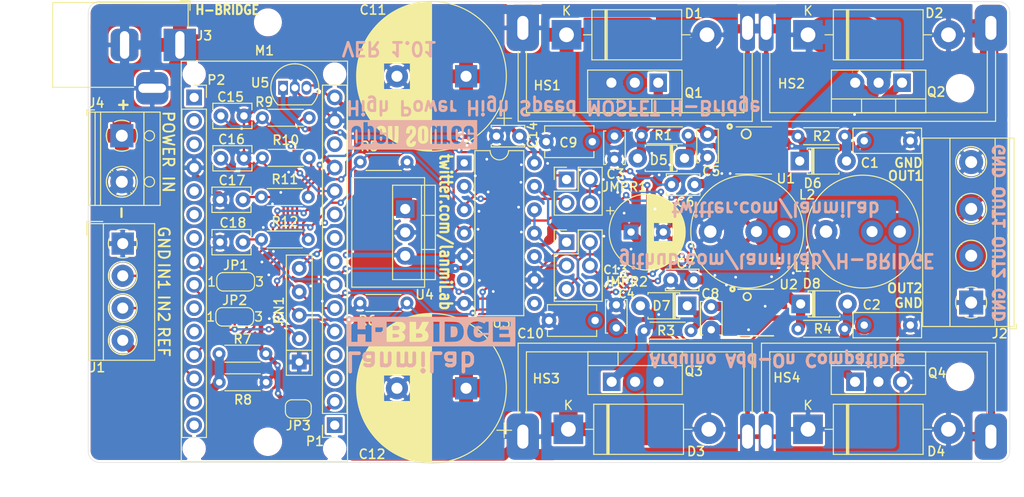
<source format=kicad_pcb>
(kicad_pcb (version 20171130) (host pcbnew "(5.1.5)-3")
  (layers (0 F.Cu signal) (31 B.Cu signal) (35 F.Paste user) (36 B.SilkS user) (37 F.SilkS user) (38 B.Mask user) (39 F.Mask user) (44 Edge.Cuts user))
  (net 0 "")
  (net 1 GND)
  (net 2 /VO1)
  (net 3 /VO2)
  (net 4 VD)
  (net 5 VDD)
  (net 6 /VOS1)
  (net 7 "Net-(C6-Pad1)")
  (net 8 /VOS2)
  (net 9 "Net-(C8-Pad1)")
  (net 10 VCC)
  (net 11 /VOF1)
  (net 12 /VOF2)
  (net 13 /VOSF1)
  (net 14 /VOSF2)
  (net 15 "Net-(D5-Pad2)")
  (net 16 "Net-(D5-Pad1)")
  (net 17 "Net-(D6-Pad2)")
  (net 18 "Net-(D6-Pad1)")
  (net 19 "Net-(D7-Pad2)")
  (net 20 "Net-(D7-Pad1)")
  (net 21 "Net-(D8-Pad2)")
  (net 22 "Net-(D8-Pad1)")
  (net 23 /PWM1)
  (net 24 /D9)
  (net 25 /PWM2)
  (net 26 /D10)
  (net 27 "Net-(J1-Pad4)")
  (net 28 "Net-(U1-Pad6)")
  (net 29 "Net-(JMPR1-Pad2)")
  (net 30 "Net-(JMPR2-Pad5)")
  (net 31 "Net-(JMPR2-Pad2)")
  (net 32 "Net-(U3-Pad6)")
  (net 33 "Net-(JMPR2-Pad6)")
  (net 34 "Net-(JMPR2-Pad3)")
  (net 35 "Net-(JMPR1-Pad3)")
  (net 36 "Net-(U3-Pad8)")
  (net 37 "Net-(JP1-Pad1)")
  (net 38 "Net-(JP2-Pad1)")
  (net 39 "Net-(JP3-Pad1)")
  (net 40 "Net-(P1-Pad13)")
  (net 41 "Net-(P1-Pad10)")
  (net 42 "Net-(P1-Pad9)")
  (net 43 "Net-(P1-Pad8)")
  (net 44 "Net-(P1-Pad4)")
  (net 45 "Net-(P1-Pad3)")
  (net 46 "Net-(P1-Pad1)")
  (net 47 "Net-(P2-Pad15)")
  (net 48 "Net-(P2-Pad14)")
  (net 49 "Net-(P2-Pad11)")
  (net 50 "Net-(P2-Pad10)")
  (net 51 "Net-(P2-Pad7)")
  (net 52 "Net-(P2-Pad6)")
  (net 53 "Net-(P2-Pad5)")
  (net 54 "Net-(P2-Pad3)")
  (net 55 "Net-(P2-Pad2)")
  (net 56 "Net-(P2-Pad1)")
  (module Package_SO:SOIC-8_3.9x4.9mm_P1.27mm (layer F.Cu) (at 179.9 107.45)
    (fp_text reference U2 (at 3.6 -3) (layer F.SilkS) (effects (font (thickness 0.17))))
    (fp_text value HIP2101_SOIC)
    (pad 8 smd roundrect (at 2.475 -1.905) (size 1.95 0.6) (layers F.Cu F.Paste F.Mask) (net 22 "Net-(D8-Pad1)"))
    (pad 7 smd roundrect (at 2.475 -0.635) (size 1.95 0.6) (layers F.Cu F.Paste F.Mask) (net 1 GND))
    (pad 6 smd roundrect (at 2.475 0.635) (size 1.95 0.6) (layers F.Cu F.Paste F.Mask) (net 30 "Net-(JMPR2-Pad5)"))
    (pad 5 smd roundrect (at 2.475 1.905) (size 1.95 0.6) (layers F.Cu F.Paste F.Mask) (net 31 "Net-(JMPR2-Pad2)"))
    (pad 4 smd roundrect (at -2.475 1.905) (size 1.95 0.6) (layers F.Cu F.Paste F.Mask) (net 8 /VOS2))
    (pad 3 smd roundrect (at -2.475 0.635) (size 1.95 0.6) (layers F.Cu F.Paste F.Mask) (net 20 "Net-(D7-Pad1)"))
    (pad 2 smd roundrect (at -2.475 -0.635) (size 1.95 0.6) (layers F.Cu F.Paste F.Mask) (net 9 "Net-(C8-Pad1)"))
    (pad 1 smd roundrect (at -2.475 -1.905) (size 1.95 0.6) (layers F.Cu F.Paste F.Mask) (net 5 VDD))
  )
  (module Package_SO:SOIC-8_3.9x4.9mm_P1.27mm (layer F.Cu) (at 179.7 89.9)
    (fp_text reference U1 (at 3.5 3.05) (layer F.SilkS) (effects (font (thickness 0.17))))
    (fp_text value HIP2101_SOIC)
    (pad 8 smd roundrect (at 2.475 -1.905) (size 1.95 0.6) (layers F.Cu F.Paste F.Mask) (net 18 "Net-(D6-Pad1)"))
    (pad 7 smd roundrect (at 2.475 -0.635) (size 1.95 0.6) (layers F.Cu F.Paste F.Mask) (net 1 GND))
    (pad 6 smd roundrect (at 2.475 0.635) (size 1.95 0.6) (layers F.Cu F.Paste F.Mask) (net 28 "Net-(U1-Pad6)"))
    (pad 5 smd roundrect (at 2.475 1.905) (size 1.95 0.6) (layers F.Cu F.Paste F.Mask) (net 29 "Net-(JMPR1-Pad2)"))
    (pad 4 smd roundrect (at -2.475 1.905) (size 1.95 0.6) (layers F.Cu F.Paste F.Mask) (net 6 /VOS1))
    (pad 3 smd roundrect (at -2.475 0.635) (size 1.95 0.6) (layers F.Cu F.Paste F.Mask) (net 16 "Net-(D5-Pad1)"))
    (pad 2 smd roundrect (at -2.475 -0.635) (size 1.95 0.6) (layers F.Cu F.Paste F.Mask) (net 7 "Net-(C6-Pad1)"))
    (pad 1 smd roundrect (at -2.475 -1.905) (size 1.95 0.6) (layers F.Cu F.Paste F.Mask) (net 5 VDD))
  )
  (module Logo:open-source (layer B.Cu) (at 142.7 88.6)
    (fp_text reference G*** hide)
    (fp_text value LOGO hide)
  )
  (module Logo:h-bridge_n (layer B.Cu) (at 144.65 109.65)
    (fp_text reference G*** hide)
    (fp_text value LOGO hide)
  )
  (module Module:Arduino_Nano_33_IoT_3D_NoPads (layer F.Cu) (at 119 84.15)
    (fp_text reference M1 (at 7.62 -5.08) (layer F.SilkS) (effects (font (thickness 0.17))))
    (fp_text value Arduino_Nano_v3.x_plug)
    (pad "" np_thru_hole circle (at 0 -2.54) (size 2.05 2.05) (drill 2.05) (layers *.Cu *.Mask))
    (pad "" np_thru_hole circle (at 15.24 -2.54) (size 2.05 2.05) (drill 2.05) (layers *.Cu *.Mask))
    (pad "" np_thru_hole circle (at 15.24 38.1) (size 2.05 2.05) (drill 2.05) (layers *.Cu *.Mask))
    (pad "" np_thru_hole circle (at 0 38.1) (size 2.05 2.05) (drill 2.05) (layers *.Cu *.Mask))
  )
  (module _Jumper:ShortingJumperCap-2_P2.54mm (layer F.Cu) (at 160.7 104.95)
    (fp_text reference JPC3 hide)
    (fp_text value JumperCap)
  )
  (module _Jumper:ShortingJumperCap-2_P2.54mm (layer F.Cu) (at 160.7 99.9)
    (fp_text reference JPC2 hide)
    (fp_text value JumperCap)
  )
  (module _Jumper:ShortingJumperCap-2_P2.54mm (layer F.Cu) (at 160.7 93.05)
    (fp_text reference JPC1 hide)
    (fp_text value JumperCap)
  )
  (module MountingHole:MountingHole_2.1mm (layer F.Cu) (at 202.1 114.45)
    (fp_text reference H2 hide)
    (fp_text value MountingHole_Pad)
    (pad "" np_thru_hole circle (at 0 0) (size 2.6 2.6) (drill 2.6) (layers *.Cu *.Mask))
  )
  (module MountingHole:MountingHole_2.1mm (layer F.Cu) (at 202.1 83.15)
    (fp_text reference H1 hide)
    (fp_text value MountingHole_Pad)
    (pad "" np_thru_hole circle (at 0 0) (size 2.6 2.6) (drill 2.6) (layers *.Cu *.Mask))
  )
  (module MountingHole:MountingHole_2.1mm (layer F.Cu) (at 127 121.5)
    (fp_text reference H3 hide)
    (fp_text value MountingHole_Pad)
    (pad "" np_thru_hole circle (at 0 0) (size 2.6 2.6) (drill 2.6) (layers *.Cu *.Mask))
  )
  (module MountingHole:MountingHole_2.1mm (layer F.Cu) (at 127 76)
    (fp_text reference H4 hide)
    (fp_text value MountingHole_Pad)
    (pad "" np_thru_hole circle (at 0 0) (size 2.55 2.55) (drill 2.55) (layers *.Cu *.Mask))
  )
  (module Inductor_THT:L_Radial_D12.0mm_P5.00mm_Neosid_SD12k_style2 (layer F.Cu) (at 175 98.7)
    (fp_text reference L1 (at 10 3.85) (layer F.SilkS) (effects (font (thickness 0.17))))
    (fp_text value 4.7uH)
    (pad 2 thru_hole circle (at 8 0) (size 2.5 2.5) (drill 1.35) (layers *.Cu *.Mask) (net 2 /VO1))
    (pad 1 thru_hole circle (at 0 0) (size 2.5 2.5) (drill 1.35) (layers *.Cu *.Mask) (net 6 /VOS1))
    (pad 2 thru_hole circle (at 5 0) (size 2.4 2.4) (drill 1.2) (layers *.Cu *.Mask) (net 2 /VO1))
  )
  (module Inductor_THT:L_Radial_D12.0mm_P5.00mm_Neosid_SD12k_style2 (layer F.Cu) (at 187.55 98.7)
    (fp_text reference L2 (at -2.05 -4) (layer F.SilkS) (effects (font (thickness 0.17))))
    (fp_text value 4.7uH)
    (pad 2 thru_hole circle (at 8 0) (size 2.5 2.5) (drill 1.35) (layers *.Cu *.Mask) (net 3 /VO2))
    (pad 1 thru_hole circle (at 0 0) (size 2.5 2.5) (drill 1.35) (layers *.Cu *.Mask) (net 8 /VOS2))
    (pad 2 thru_hole circle (at 5 0) (size 2.4 2.4) (drill 1.2) (layers *.Cu *.Mask) (net 3 /VO2))
  )
  (module Connector_PinHeader_2.54mm:PinHeader_2x02_P2.54mm_Vertical (layer F.Cu) (at 159.4 93.05)
    (fp_text reference JMPR1 (at 6.3 0.8) (layer F.SilkS) (effects (font (thickness 0.17))))
    (fp_text value Conn_02x02_Odd_Even)
    (pad 4 thru_hole oval (at 2.54 2.54) (size 1.7 1.7) (drill 1) (layers *.Cu *.Mask) (net 29 "Net-(JMPR1-Pad2)"))
    (pad 3 thru_hole oval (at 0 2.54) (size 1.7 1.7) (drill 1) (layers *.Cu *.Mask) (net 35 "Net-(JMPR1-Pad3)"))
    (pad 2 thru_hole oval (at 2.54 0) (size 1.7 1.7) (drill 1) (layers *.Cu *.Mask) (net 29 "Net-(JMPR1-Pad2)"))
    (pad 1 thru_hole rect (at 0 0) (size 1.7 1.7) (drill 1) (layers *.Cu *.Mask) (net 23 /PWM1))
  )
  (module Package_DIP:DIP-14_W7.62mm (layer F.Cu) (at 148.3 91.25)
    (fp_text reference U3 (at 4.05 17.35) (layer F.SilkS))
    (fp_text value "6 x Hex Inverter")
    (pad 14 thru_hole oval (at 7.62 0) (size 1.6 1.6) (drill 0.8) (layers *.Cu *.Mask) (net 10 VCC))
    (pad 7 thru_hole oval (at 0 15.24) (size 1.6 1.6) (drill 0.8) (layers *.Cu *.Mask) (net 1 GND))
    (pad 13 thru_hole oval (at 7.62 2.54) (size 1.6 1.6) (drill 0.8) (layers *.Cu *.Mask) (net 25 /PWM2))
    (pad 6 thru_hole oval (at 0 12.7) (size 1.6 1.6) (drill 0.8) (layers *.Cu *.Mask) (net 32 "Net-(U3-Pad6)"))
    (pad 12 thru_hole oval (at 7.62 5.08) (size 1.6 1.6) (drill 0.8) (layers *.Cu *.Mask) (net 33 "Net-(JMPR2-Pad6)"))
    (pad 5 thru_hole oval (at 0 10.16) (size 1.6 1.6) (drill 0.8) (layers *.Cu *.Mask) (net 1 GND))
    (pad 11 thru_hole oval (at 7.62 7.62) (size 1.6 1.6) (drill 0.8) (layers *.Cu *.Mask) (net 33 "Net-(JMPR2-Pad6)"))
    (pad 4 thru_hole oval (at 0 7.62) (size 1.6 1.6) (drill 0.8) (layers *.Cu *.Mask) (net 28 "Net-(U1-Pad6)"))
    (pad 10 thru_hole oval (at 7.62 10.16) (size 1.6 1.6) (drill 0.8) (layers *.Cu *.Mask) (net 34 "Net-(JMPR2-Pad3)"))
    (pad 3 thru_hole oval (at 0 5.08) (size 1.6 1.6) (drill 0.8) (layers *.Cu *.Mask) (net 23 /PWM1))
    (pad 9 thru_hole oval (at 7.62 12.7) (size 1.6 1.6) (drill 0.8) (layers *.Cu *.Mask) (net 1 GND))
    (pad 2 thru_hole oval (at 0 2.54) (size 1.6 1.6) (drill 0.8) (layers *.Cu *.Mask) (net 35 "Net-(JMPR1-Pad3)"))
    (pad 8 thru_hole oval (at 7.62 15.24) (size 1.6 1.6) (drill 0.8) (layers *.Cu *.Mask) (net 36 "Net-(U3-Pad8)"))
    (pad 1 thru_hole rect (at 0 0) (size 1.6 1.6) (drill 0.8) (layers *.Cu *.Mask) (net 28 "Net-(U1-Pad6)"))
  )
  (module Barrel_Jack:BarrelJack_Horizontal (layer F.Cu) (at 117.45 78.45)
    (fp_text reference J3 (at 2.65 -1) (layer F.SilkS) (effects (font (thickness 0.17))))
    (fp_text value Barrel_Jack_Switch)
    (pad 1 thru_hole rect (at 0 0) (size 3.5 3.5) (drill oval 1 3) (layers *.Cu *.Mask) (net 4 VD))
    (pad 2 thru_hole roundrect (at -6 0) (size 3 3.5) (drill oval 1 3) (layers *.Cu *.Mask) (net 1 GND))
    (pad 3 thru_hole roundrect (at -3 4.7) (size 3.5 3.5) (drill oval 3 1) (layers *.Cu *.Mask) (net 1 GND))
  )
  (module _Heatsink:Heatsink_AAVID_6021BG_25.4x12.7mm__Solderable (layer F.Cu) (at 193.25 120.95)
    (fp_text reference HS4 (at -9.95 -6.4) (layer F.SilkS) (effects (font (thickness 0.17))))
    (fp_text value Heatsink_Pad hide)
    (pad 1 thru_hole roundrect (at -12.19 0) (size 1.6 5) (drill oval 1.2 2.6) (layers *.Cu *.Mask) (net 1 GND))
    (pad 1 thru_hole roundrect (at 12.19 0) (size 3.5 5) (drill oval 1.2 2.6) (layers *.Cu *.Mask) (net 1 GND))
  )
  (module _Heatsink:Heatsink_AAVID_6021BG_25.4x12.7mm__Solderable (layer F.Cu) (at 166.85 120.95)
    (fp_text reference HS3 (at -9.65 -6.3) (layer F.SilkS) (effects (font (thickness 0.17))))
    (fp_text value Heatsink_Pad hide)
    (pad 1 thru_hole roundrect (at -12.19 0) (size 3.5 5) (drill oval 1.2 2.6) (layers *.Cu *.Mask) (net 1 GND))
    (pad 1 thru_hole roundrect (at 12.19 0) (size 1.6 5) (drill oval 1.2 2.6) (layers *.Cu *.Mask) (net 1 GND))
  )
  (module _Heatsink:Heatsink_AAVID_6021BG_25.4x12.7mm__Solderable (layer F.Cu) (at 166.85 76.6 180)
    (fp_text reference HS1 (at 9.55 -6.25) (layer F.SilkS) (effects (font (thickness 0.17))))
    (fp_text value Heatsink_Pad hide)
    (pad 1 thru_hole roundrect (at -12.19 0 180) (size 1.6 5) (drill oval 1.2 2.6) (layers *.Cu *.Mask) (net 1 GND))
    (pad 1 thru_hole roundrect (at 12.19 0 180) (size 3.5 5) (drill oval 1.2 2.6) (layers *.Cu *.Mask) (net 1 GND))
  )
  (module _Heatsink:Heatsink_AAVID_6021BG_25.4x12.7mm__Solderable (layer F.Cu) (at 193.25 76.6 180)
    (fp_text reference HS2 (at 9.45 -6.05) (layer F.SilkS) (effects (font (thickness 0.17))))
    (fp_text value Heatsink_Pad hide)
    (pad 1 thru_hole roundrect (at -12.19 0 180) (size 3.5 5) (drill oval 1.2 2.6) (layers *.Cu *.Mask) (net 1 GND))
    (pad 1 thru_hole roundrect (at 12.19 0 180) (size 1.6 5) (drill oval 1.2 2.6) (layers *.Cu *.Mask) (net 1 GND))
  )
  (module Capacitor_THT:C_Rect_L7.2mm_W2.5mm_P5.00mm_FKS2_FKP2_MKS2_MKP2 (layer F.Cu) (at 191.7 88.85)
    (fp_text reference C1 (at 0.6 2.4) (layer F.SilkS) (effects (font (thickness 0.17))))
    (fp_text value 220nF)
    (pad 2 thru_hole circle (at 5 0) (size 1.6 1.6) (drill 0.8) (layers *.Cu *.Mask) (net 1 GND))
    (pad 1 thru_hole circle (at 0 0) (size 1.6 1.6) (drill 0.8) (layers *.Cu *.Mask) (net 2 /VO1))
  )
  (module Capacitor_THT:C_Rect_L7.2mm_W2.5mm_P5.00mm_FKS2_FKP2_MKS2_MKP2 (layer F.Cu) (at 191.7 108.85)
    (fp_text reference C2 (at 0.8 -2.2) (layer F.SilkS) (effects (font (thickness 0.17))))
    (fp_text value 220nF)
    (pad 2 thru_hole circle (at 5 0) (size 1.6 1.6) (drill 0.8) (layers *.Cu *.Mask) (net 1 GND))
    (pad 1 thru_hole circle (at 0 0) (size 1.6 1.6) (drill 0.8) (layers *.Cu *.Mask) (net 3 /VO2))
  )
  (module Capacitor_THT:C_Disc_D3.4mm_W2.1mm_P2.50mm (layer F.Cu) (at 164.6 88.35 270)
    (fp_text reference C3 (at 4.1 -0.1) (layer F.SilkS) (effects (font (thickness 0.17))))
    (fp_text value 100nF/50V)
    (pad 2 thru_hole circle (at 2.5 0 270) (size 1.6 1.6) (drill 0.8) (layers *.Cu *.Mask) (net 1 GND))
    (pad 1 thru_hole circle (at 0 0 270) (size 1.6 1.6) (drill 0.8) (layers *.Cu *.Mask) (net 4 VD))
  )
  (module Capacitor_THT:C_Disc_D3.4mm_W2.1mm_P2.50mm (layer F.Cu) (at 164.8 109.15 90)
    (fp_text reference C4 (at 3.7 1.1 180) (layer F.SilkS) (effects (font (size 0.9 0.9) (thickness 0.17))))
    (fp_text value 100nF/50V)
    (pad 1 thru_hole circle (at 0 0 90) (size 1.6 1.6) (drill 0.8) (layers *.Cu *.Mask) (net 4 VD))
    (pad 2 thru_hole circle (at 2.5 0 90) (size 1.6 1.6) (drill 0.8) (layers *.Cu *.Mask) (net 1 GND))
  )
  (module Capacitor_THT:C_Disc_D3.4mm_W2.1mm_P2.50mm (layer F.Cu) (at 174.7 88.15 270)
    (fp_text reference C5 (at 4 -0.4 180) (layer F.SilkS) (effects (font (thickness 0.17))))
    (fp_text value 100nF/50V)
    (pad 2 thru_hole circle (at 2.5 0 270) (size 1.6 1.6) (drill 0.8) (layers *.Cu *.Mask) (net 1 GND))
    (pad 1 thru_hole circle (at 0 0 270) (size 1.6 1.6) (drill 0.8) (layers *.Cu *.Mask) (net 5 VDD))
  )
  (module Capacitor_THT:C_Disc_D3.4mm_W2.1mm_P2.50mm (layer F.Cu) (at 173.3 93.6 180)
    (fp_text reference C6 (at 1 -1.9) (layer F.SilkS) (effects (font (thickness 0.17))))
    (fp_text value 100nF/50V)
    (pad 2 thru_hole circle (at 2.5 0 180) (size 1.6 1.6) (drill 0.8) (layers *.Cu *.Mask) (net 6 /VOS1))
    (pad 1 thru_hole circle (at 0 0 180) (size 1.6 1.6) (drill 0.8) (layers *.Cu *.Mask) (net 7 "Net-(C6-Pad1)"))
  )
  (module Capacitor_THT:C_Disc_D3.4mm_W2.1mm_P2.50mm (layer F.Cu) (at 173.2 103.95 180)
    (fp_text reference C7 (at 0.9 1.8) (layer F.SilkS) (effects (font (thickness 0.17))))
    (fp_text value 100nF/50V)
    (pad 2 thru_hole circle (at 2.5 0 180) (size 1.6 1.6) (drill 0.8) (layers *.Cu *.Mask) (net 1 GND))
    (pad 1 thru_hole circle (at 0 0 180) (size 1.6 1.6) (drill 0.8) (layers *.Cu *.Mask) (net 5 VDD))
  )
  (module Capacitor_THT:C_Disc_D3.4mm_W2.1mm_P2.50mm (layer F.Cu) (at 175.1 106.85 270)
    (fp_text reference C8 (at -1.4 0.1 180) (layer F.SilkS) (effects (font (thickness 0.17))))
    (fp_text value 100nF/50V)
    (pad 2 thru_hole circle (at 2.5 0 270) (size 1.6 1.6) (drill 0.8) (layers *.Cu *.Mask) (net 8 /VOS2))
    (pad 1 thru_hole circle (at 0 0 270) (size 1.6 1.6) (drill 0.8) (layers *.Cu *.Mask) (net 9 "Net-(C8-Pad1)"))
  )
  (module Capacitor_THT:CP_Radial_D8.0mm_P3.50mm (layer F.Cu) (at 166.4 98.75)
    (fp_text reference C13 (at -1.7 4.1) (layer F.SilkS) (effects (font (size 0.9 0.9) (thickness 0.17))))
    (fp_text value 100uF/63V)
    (pad 2 thru_hole circle (at 3.5 0) (size 1.6 1.6) (drill 0.8) (layers *.Cu *.Mask) (net 1 GND))
    (pad 1 thru_hole rect (at 0 0) (size 1.6 1.6) (drill 0.8) (layers *.Cu *.Mask) (net 5 VDD))
  )
  (module Capacitor_THT:C_Disc_D3.4mm_W2.1mm_P2.50mm (layer F.Cu) (at 154.3 88.35 180)
    (fp_text reference C14 (at -1.4 0.1 90) (layer F.SilkS) (effects (font (thickness 0.17))))
    (fp_text value 100nF/50V)
    (pad 2 thru_hole circle (at 2.5 0 180) (size 1.6 1.6) (drill 0.8) (layers *.Cu *.Mask) (net 1 GND))
    (pad 1 thru_hole circle (at 0 0 180) (size 1.6 1.6) (drill 0.8) (layers *.Cu *.Mask) (net 10 VCC))
  )
  (module Capacitor_THT:C_Rect_L4.0mm_W2.5mm_P2.50mm (layer F.Cu) (at 121.9 86.15)
    (fp_text reference C15 (at 1.05 -2.05) (layer F.SilkS) (effects (font (thickness 0.17))))
    (fp_text value 1.8nF)
    (pad 2 thru_hole circle (at 2.5 0) (size 1.6 1.6) (drill 0.8) (layers *.Cu *.Mask) (net 1 GND))
    (pad 1 thru_hole circle (at 0 0) (size 1.6 1.6) (drill 0.8) (layers *.Cu *.Mask) (net 11 /VOF1))
  )
  (module Capacitor_THT:C_Rect_L4.0mm_W2.5mm_P2.50mm (layer F.Cu) (at 121.9 90.75)
    (fp_text reference C16 (at 1.15 -2.05) (layer F.SilkS) (effects (font (thickness 0.17))))
    (fp_text value 1.8nF)
    (pad 2 thru_hole circle (at 2.5 0) (size 1.6 1.6) (drill 0.8) (layers *.Cu *.Mask) (net 1 GND))
    (pad 1 thru_hole circle (at 0 0) (size 1.6 1.6) (drill 0.8) (layers *.Cu *.Mask) (net 12 /VOF2))
  )
  (module Capacitor_THT:C_Rect_L4.0mm_W2.5mm_P2.50mm (layer F.Cu) (at 124.3 95.25 180)
    (fp_text reference C17 (at 1.2 2.1) (layer F.SilkS) (effects (font (thickness 0.17))))
    (fp_text value 1.8nF)
    (pad 2 thru_hole circle (at 2.5 0 180) (size 1.6 1.6) (drill 0.8) (layers *.Cu *.Mask) (net 1 GND))
    (pad 1 thru_hole circle (at 0 0 180) (size 1.6 1.6) (drill 0.8) (layers *.Cu *.Mask) (net 13 /VOSF1))
  )
  (module Capacitor_THT:C_Rect_L4.0mm_W2.5mm_P2.50mm (layer F.Cu) (at 124.3 99.85 180)
    (fp_text reference C18 (at 1.1 2.1) (layer F.SilkS) (effects (font (thickness 0.17))))
    (fp_text value 1.8nF)
    (pad 2 thru_hole circle (at 2.5 0 180) (size 1.6 1.6) (drill 0.8) (layers *.Cu *.Mask) (net 1 GND))
    (pad 1 thru_hole circle (at 0 0 180) (size 1.6 1.6) (drill 0.8) (layers *.Cu *.Mask) (net 14 /VOSF2))
  )
  (module Diode_THT:D_DO-201AD_P15.24mm_Horizontal (layer F.Cu) (at 159.4 77.35)
    (fp_text reference D1 (at 13.8 -2.3) (layer F.SilkS) (effects (font (thickness 0.17))))
    (fp_text value MBR360)
    (fp_text user K (at 0 -2.6) (layer F.SilkS))
    (pad 2 thru_hole oval (at 15.24 0) (size 3.2 3.2) (drill 1.6) (layers *.Cu *.Mask) (net 6 /VOS1))
    (pad 1 thru_hole rect (at 0 0) (size 3.2 3.2) (drill 1.6) (layers *.Cu *.Mask) (net 4 VD))
  )
  (module Diode_THT:D_DO-201AD_P15.24mm_Horizontal (layer F.Cu) (at 185.6 77.35)
    (fp_text reference D2 (at 13.7 -2.35) (layer F.SilkS) (effects (font (thickness 0.17))))
    (fp_text value MBR360)
    (fp_text user K (at 0 -2.6) (layer F.SilkS))
    (pad 2 thru_hole oval (at 15.24 0) (size 3.2 3.2) (drill 1.6) (layers *.Cu *.Mask) (net 1 GND))
    (pad 1 thru_hole rect (at 0 0) (size 3.2 3.2) (drill 1.6) (layers *.Cu *.Mask) (net 6 /VOS1))
  )
  (module Diode_THT:D_DO-201AD_P15.24mm_Horizontal (layer F.Cu) (at 159.6 120.15)
    (fp_text reference D3 (at 13.85 2.4) (layer F.SilkS) (effects (font (thickness 0.17))))
    (fp_text value MBR360)
    (fp_text user K (at 0 -2.6) (layer F.SilkS))
    (pad 2 thru_hole oval (at 15.24 0) (size 3.2 3.2) (drill 1.6) (layers *.Cu *.Mask) (net 8 /VOS2))
    (pad 1 thru_hole rect (at 0 0) (size 3.2 3.2) (drill 1.6) (layers *.Cu *.Mask) (net 4 VD))
  )
  (module Diode_THT:D_DO-201AD_P15.24mm_Horizontal (layer F.Cu) (at 185.6 120.15)
    (fp_text reference D4 (at 13.9 2.4) (layer F.SilkS) (effects (font (thickness 0.17))))
    (fp_text value MBR360)
    (fp_text user K (at 0 -2.6) (layer F.SilkS))
    (pad 2 thru_hole oval (at 15.24 0) (size 3.2 3.2) (drill 1.6) (layers *.Cu *.Mask) (net 1 GND))
    (pad 1 thru_hole rect (at 0 0) (size 3.2 3.2) (drill 1.6) (layers *.Cu *.Mask) (net 8 /VOS2))
  )
  (module Diode_THT:D_T-1_P5.08mm_Horizontal (layer F.Cu) (at 172.2 90.75 180)
    (fp_text reference D5 (at 2.8 -0.2) (layer F.SilkS) (effects (font (thickness 0.17))))
    (fp_text value D_Schottky_Small)
    (pad 2 thru_hole oval (at 5.08 0 180) (size 2 2) (drill 1) (layers *.Cu *.Mask) (net 15 "Net-(D5-Pad2)"))
    (pad 1 thru_hole roundrect (at 0 0 180) (size 2 2) (drill 1) (layers *.Cu *.Mask) (net 16 "Net-(D5-Pad1)"))
  )
  (module Diode_THT:D_T-1_P5.08mm_Horizontal (layer F.Cu) (at 184.7 91.05)
    (fp_text reference D6 (at 1.4 2.4) (layer F.SilkS) (effects (font (thickness 0.17))))
    (fp_text value D_Schottky_Small)
    (pad 2 thru_hole oval (at 5.08 0) (size 2 2) (drill 1) (layers *.Cu *.Mask) (net 17 "Net-(D6-Pad2)"))
    (pad 1 thru_hole rect (at 0 0) (size 2 2) (drill 1) (layers *.Cu *.Mask) (net 18 "Net-(D6-Pad1)"))
  )
  (module Diode_THT:D_T-1_P5.08mm_Horizontal (layer F.Cu) (at 172.5 106.75 180)
    (fp_text reference D7 (at 2.8 0) (layer F.SilkS) (effects (font (thickness 0.17))))
    (fp_text value D_Schottky_Small)
    (pad 2 thru_hole oval (at 5.08 0 180) (size 2 2) (drill 1) (layers *.Cu *.Mask) (net 19 "Net-(D7-Pad2)"))
    (pad 1 thru_hole rect (at 0 0 180) (size 2 2) (drill 1) (layers *.Cu *.Mask) (net 20 "Net-(D7-Pad1)"))
  )
  (module Diode_THT:D_T-1_P5.08mm_Horizontal (layer F.Cu) (at 184.8 106.55)
    (fp_text reference D8 (at 1.2 -2.2) (layer F.SilkS) (effects (font (thickness 0.17))))
    (fp_text value D_Schottky_Small)
    (pad 2 thru_hole oval (at 5.08 0) (size 2 2) (drill 1) (layers *.Cu *.Mask) (net 21 "Net-(D8-Pad2)"))
    (pad 1 thru_hole rect (at 0 0) (size 2 2) (drill 1) (layers *.Cu *.Mask) (net 22 "Net-(D8-Pad1)"))
  )
  (module TerminalBlock_RND:TerminalBlock_RND_205-00012_1x02_P5.00mm_Horizontal (layer F.Cu) (at 111.15 88.3 270)
    (fp_text reference J4 (at -3.55 2.75 180) (layer F.SilkS) (effects (font (thickness 0.17))))
    (fp_text value Screw_Terminal_01x02)
    (pad 2 thru_hole circle (at 5 0 270) (size 2.5 2.5) (drill 1.3) (layers *.Cu *.Mask) (net 1 GND))
    (pad 1 thru_hole rect (at 0 0 270) (size 2.5 2.5) (drill 1.3) (layers *.Cu *.Mask) (net 4 VD))
  )
  (module Jumper:SolderJumper-3_P1.3mm_Bridged12_RoundedPad1.0x1.5mm_NumberLabels (layer F.Cu) (at 123.5 104.15)
    (fp_text reference JP1 (at 0 -1.8) (layer F.SilkS) (effects (font (thickness 0.17))))
    (fp_text value SolderJumper_3_Bridged12)
    (fp_poly (pts (xy -0.9 -0.3) (xy -0.4 -0.3) (xy -0.4 0.3) (xy -0.9 0.3)) (layer F.Cu) (width 0))
    (fp_text user 1 (at -2.6 0) (layer F.SilkS))
    (fp_text user 3 (at 2.6 0) (layer F.SilkS))
    (pad 1 smd custom (at -1.3 0) (size 1 0.5) (layers F.Cu F.Mask) (net 37 "Net-(JP1-Pad1)") (options (clearance outline) (anchor rect)) (primitives (gr_poly (pts (xy 0.55 -0.75) (xy 0 -0.75) (xy 0 0.75) (xy 0.55 0.75)) (width 0)) (gr_circle (center 0 0.25) (end 0.5 0.25) (width 0)) (gr_circle (center 0 -0.25) (end 0.5 -0.25) (width 0))))
    (pad 2 smd rect (at 0 0) (size 1 1.5) (layers F.Cu F.Mask) (net 23 /PWM1))
    (pad 3 smd custom (at 1.3 0) (size 1 0.5) (layers F.Cu F.Mask) (net 24 /D9) (options (clearance outline) (anchor rect)) (primitives (gr_circle (center 0 0.25) (end 0.5 0.25) (width 0)) (gr_circle (center 0 -0.25) (end 0.5 -0.25) (width 0)) (gr_poly (pts (xy -0.55 -0.75) (xy 0 -0.75) (xy 0 0.75) (xy -0.55 0.75)) (width 0))))
  )
  (module Jumper:SolderJumper-3_P1.3mm_Bridged12_RoundedPad1.0x1.5mm_NumberLabels (layer F.Cu) (at 123.4 107.95)
    (fp_text reference JP2 (at 0 -1.8) (layer F.SilkS) (effects (font (thickness 0.17))))
    (fp_text value SolderJumper_3_Bridged12)
    (fp_poly (pts (xy -0.9 -0.3) (xy -0.4 -0.3) (xy -0.4 0.3) (xy -0.9 0.3)) (layer F.Cu) (width 0))
    (fp_text user 1 (at -2.6 0) (layer F.SilkS))
    (fp_text user 3 (at 2.6 0) (layer F.SilkS))
    (pad 1 smd custom (at -1.3 0) (size 1 0.5) (layers F.Cu F.Mask) (net 38 "Net-(JP2-Pad1)") (options (clearance outline) (anchor rect)) (primitives (gr_poly (pts (xy 0.55 -0.75) (xy 0 -0.75) (xy 0 0.75) (xy 0.55 0.75)) (width 0)) (gr_circle (center 0 0.25) (end 0.5 0.25) (width 0)) (gr_circle (center 0 -0.25) (end 0.5 -0.25) (width 0))))
    (pad 2 smd rect (at 0 0) (size 1 1.5) (layers F.Cu F.Mask) (net 25 /PWM2))
    (pad 3 smd custom (at 1.3 0) (size 1 0.5) (layers F.Cu F.Mask) (net 26 /D10) (options (clearance outline) (anchor rect)) (primitives (gr_circle (center 0 0.25) (end 0.5 0.25) (width 0)) (gr_circle (center 0 -0.25) (end 0.5 -0.25) (width 0)) (gr_poly (pts (xy -0.55 -0.75) (xy 0 -0.75) (xy 0 0.75) (xy -0.55 0.75)) (width 0))))
  )
  (module Jumper:SolderJumper-2_P1.3mm_Open_RoundedPad1.0x1.5mm (layer F.Cu) (at 130.3 117.95 180)
    (fp_text reference JP3 (at 0 -1.8) (layer F.SilkS) (effects (font (thickness 0.17))))
    (fp_text value Jumper_NO_Small)
    (pad 2 smd custom (at 0.65 0 180) (size 1 0.5) (layers F.Cu F.Mask) (net 10 VCC) (options (clearance outline) (anchor rect)) (primitives (gr_circle (center 0 0.25) (end 0.5 0.25) (width 0)) (gr_circle (center 0 -0.25) (end 0.5 -0.25) (width 0)) (gr_poly (pts (xy 0 -0.75) (xy -0.5 -0.75) (xy -0.5 0.75) (xy 0 0.75)) (width 0))))
    (pad 1 smd custom (at -0.65 0 180) (size 1 0.5) (layers F.Cu F.Mask) (net 39 "Net-(JP3-Pad1)") (options (clearance outline) (anchor rect)) (primitives (gr_circle (center 0 0.25) (end 0.5 0.25) (width 0)) (gr_circle (center 0 -0.25) (end 0.5 -0.25) (width 0)) (gr_poly (pts (xy 0 -0.75) (xy 0.5 -0.75) (xy 0.5 0.75) (xy 0 0.75)) (width 0))))
  )
  (module Package_TO_SOT_THT:TO-220-3_Vertical (layer F.Cu) (at 169.35 82.55 180)
    (fp_text reference Q1 (at -3.85 -1.1) (layer F.SilkS) (effects (font (thickness 0.17))))
    (fp_text value NMOSFET)
    (pad 3 thru_hole oval (at 5.08 0 180) (size 1.905 2) (drill 1.1) (layers *.Cu *.Mask) (net 6 /VOS1))
    (pad 2 thru_hole oval (at 2.54 0 180) (size 1.905 2) (drill 1.1) (layers *.Cu *.Mask) (net 4 VD))
    (pad 1 thru_hole rect (at 0 0 180) (size 1.905 2) (drill 1.1) (layers *.Cu *.Mask) (net 15 "Net-(D5-Pad2)"))
  )
  (module Package_TO_SOT_THT:TO-220-3_Vertical (layer F.Cu) (at 195.8 82.55 180)
    (fp_text reference Q2 (at -3.7 -1) (layer F.SilkS) (effects (font (thickness 0.17))))
    (fp_text value NMOSFET)
    (pad 3 thru_hole oval (at 5.08 0 180) (size 1.905 2) (drill 1.1) (layers *.Cu *.Mask) (net 1 GND))
    (pad 2 thru_hole oval (at 2.54 0 180) (size 1.905 2) (drill 1.1) (layers *.Cu *.Mask) (net 6 /VOS1))
    (pad 1 thru_hole rect (at 0 0 180) (size 1.905 2) (drill 1.1) (layers *.Cu *.Mask) (net 17 "Net-(D6-Pad2)"))
  )
  (module Package_TO_SOT_THT:TO-220-3_Vertical (layer F.Cu) (at 164.3 115)
    (fp_text reference Q3 (at 8.9 -1.15) (layer F.SilkS) (effects (font (thickness 0.17))))
    (fp_text value NMOSFET)
    (pad 3 thru_hole oval (at 5.08 0) (size 1.905 2) (drill 1.1) (layers *.Cu *.Mask) (net 8 /VOS2))
    (pad 2 thru_hole oval (at 2.54 0) (size 1.905 2) (drill 1.1) (layers *.Cu *.Mask) (net 4 VD))
    (pad 1 thru_hole rect (at 0 0) (size 1.905 2) (drill 1.1) (layers *.Cu *.Mask) (net 19 "Net-(D7-Pad2)"))
  )
  (module Package_TO_SOT_THT:TO-220-3_Vertical (layer F.Cu) (at 190.7 115)
    (fp_text reference Q4 (at 8.9 -0.95) (layer F.SilkS) (effects (font (thickness 0.17))))
    (fp_text value NMOSFET)
    (pad 1 thru_hole rect (at 0 0) (size 1.905 2) (drill 1.1) (layers *.Cu *.Mask) (net 21 "Net-(D8-Pad2)"))
    (pad 2 thru_hole oval (at 2.54 0) (size 1.905 2) (drill 1.1) (layers *.Cu *.Mask) (net 8 /VOS2))
    (pad 3 thru_hole oval (at 5.08 0) (size 1.905 2) (drill 1.1) (layers *.Cu *.Mask) (net 1 GND))
  )
  (module Resistor_THT:R_Axial_DIN0204_L3.6mm_D1.6mm_P5.08mm_Horizontal (layer F.Cu) (at 172.6 88.25 180)
    (fp_text reference R1 (at 2.7 0) (layer F.SilkS) (effects (font (thickness 0.17))))
    (fp_text value 4R7)
    (pad 2 thru_hole oval (at 5.08 0 180) (size 1.4 1.4) (drill 0.7) (layers *.Cu *.Mask) (net 15 "Net-(D5-Pad2)"))
    (pad 1 thru_hole circle (at 0 0 180) (size 1.4 1.4) (drill 0.7) (layers *.Cu *.Mask) (net 16 "Net-(D5-Pad1)"))
  )
  (module Resistor_THT:R_Axial_DIN0204_L3.6mm_D1.6mm_P5.08mm_Horizontal (layer F.Cu) (at 184.5 88.35)
    (fp_text reference R2 (at 2.6 0) (layer F.SilkS) (effects (font (thickness 0.17))))
    (fp_text value 4R7)
    (pad 2 thru_hole oval (at 5.08 0) (size 1.4 1.4) (drill 0.7) (layers *.Cu *.Mask) (net 17 "Net-(D6-Pad2)"))
    (pad 1 thru_hole circle (at 0 0) (size 1.4 1.4) (drill 0.7) (layers *.Cu *.Mask) (net 18 "Net-(D6-Pad1)"))
  )
  (module Resistor_THT:R_Axial_DIN0204_L3.6mm_D1.6mm_P5.08mm_Horizontal (layer F.Cu) (at 172.9 109.45 180)
    (fp_text reference R3 (at 2.7 0) (layer F.SilkS) (effects (font (thickness 0.17))))
    (fp_text value 4R7)
    (pad 2 thru_hole oval (at 5.08 0 180) (size 1.4 1.4) (drill 0.7) (layers *.Cu *.Mask) (net 19 "Net-(D7-Pad2)"))
    (pad 1 thru_hole circle (at 0 0 180) (size 1.4 1.4) (drill 0.7) (layers *.Cu *.Mask) (net 20 "Net-(D7-Pad1)"))
  )
  (module Resistor_THT:R_Axial_DIN0204_L3.6mm_D1.6mm_P5.08mm_Horizontal (layer F.Cu) (at 184.5 109.25)
    (fp_text reference R4 (at 2.7 0) (layer F.SilkS) (effects (font (thickness 0.17))))
    (fp_text value 4R7)
    (pad 2 thru_hole oval (at 5.08 0) (size 1.4 1.4) (drill 0.7) (layers *.Cu *.Mask) (net 21 "Net-(D8-Pad2)"))
    (pad 1 thru_hole circle (at 0 0) (size 1.4 1.4) (drill 0.7) (layers *.Cu *.Mask) (net 22 "Net-(D8-Pad1)"))
  )
  (module Resistor_THT:R_Axial_DIN0204_L3.6mm_D1.6mm_P5.08mm_Horizontal (layer F.Cu) (at 142.1 91.15 180)
    (fp_text reference R5 (at 4.1 1.7) (layer F.SilkS) (effects (font (thickness 0.17))))
    (fp_text value 47K)
    (pad 2 thru_hole oval (at 5.08 0 180) (size 1.4 1.4) (drill 0.7) (layers *.Cu *.Mask) (net 23 /PWM1))
    (pad 1 thru_hole circle (at 0 0 180) (size 1.4 1.4) (drill 0.7) (layers *.Cu *.Mask) (net 1 GND))
  )
  (module Resistor_THT:R_Axial_DIN0204_L3.6mm_D1.6mm_P5.08mm_Horizontal (layer F.Cu) (at 137 106.45)
    (fp_text reference R6 (at 0.8 1.9) (layer F.SilkS) (effects (font (thickness 0.17))))
    (fp_text value 47K)
    (pad 2 thru_hole oval (at 5.08 0) (size 1.4 1.4) (drill 0.7) (layers *.Cu *.Mask) (net 25 /PWM2))
    (pad 1 thru_hole circle (at 0 0) (size 1.4 1.4) (drill 0.7) (layers *.Cu *.Mask) (net 1 GND))
  )
  (module Resistor_THT:R_Axial_DIN0204_L3.6mm_D1.6mm_P5.08mm_Horizontal (layer F.Cu) (at 121.7 111.95)
    (fp_text reference R7 (at 2.54 -1.6) (layer F.SilkS) (effects (font (thickness 0.17))))
    (fp_text value 4K7)
    (pad 2 thru_hole oval (at 5.08 0) (size 1.4 1.4) (drill 0.7) (layers *.Cu *.Mask) (net 10 VCC))
    (pad 1 thru_hole circle (at 0 0) (size 1.4 1.4) (drill 0.7) (layers *.Cu *.Mask) (net 27 "Net-(J1-Pad4)"))
  )
  (module Resistor_THT:R_Axial_DIN0204_L3.6mm_D1.6mm_P5.08mm_Horizontal (layer F.Cu) (at 126.8 115.05 180)
    (fp_text reference R8 (at 2.5 -1.9) (layer F.SilkS) (effects (font (thickness 0.17))))
    (fp_text value 4K7)
    (pad 2 thru_hole oval (at 5.08 0 180) (size 1.4 1.4) (drill 0.7) (layers *.Cu *.Mask) (net 27 "Net-(J1-Pad4)"))
    (pad 1 thru_hole circle (at 0 0 180) (size 1.4 1.4) (drill 0.7) (layers *.Cu *.Mask) (net 1 GND))
  )
  (module Resistor_THT:R_Axial_DIN0204_L3.6mm_D1.6mm_P5.08mm_Horizontal (layer F.Cu) (at 126.4 86.35)
    (fp_text reference R9 (at 0.2 -1.7) (layer F.SilkS) (effects (font (thickness 0.17))))
    (fp_text value 47K)
    (pad 2 thru_hole oval (at 5.08 0) (size 1.4 1.4) (drill 0.7) (layers *.Cu *.Mask) (net 2 /VO1))
    (pad 1 thru_hole circle (at 0 0) (size 1.4 1.4) (drill 0.7) (layers *.Cu *.Mask) (net 11 /VOF1))
  )
  (module Resistor_THT:R_Axial_DIN0204_L3.6mm_D1.6mm_P5.08mm_Horizontal (layer F.Cu) (at 126.4 90.7)
    (fp_text reference R10 (at 2.54 -1.92) (layer F.SilkS) (effects (font (thickness 0.17))))
    (fp_text value 47K)
    (pad 2 thru_hole oval (at 5.08 0) (size 1.4 1.4) (drill 0.7) (layers *.Cu *.Mask) (net 3 /VO2))
    (pad 1 thru_hole circle (at 0 0) (size 1.4 1.4) (drill 0.7) (layers *.Cu *.Mask) (net 12 /VOF2))
  )
  (module Resistor_THT:R_Axial_DIN0204_L3.6mm_D1.6mm_P5.08mm_Horizontal (layer F.Cu) (at 126.3 94.95)
    (fp_text reference R11 (at 2.54 -1.92) (layer F.SilkS) (effects (font (thickness 0.17))))
    (fp_text value 47K)
    (pad 2 thru_hole oval (at 5.08 0) (size 1.4 1.4) (drill 0.7) (layers *.Cu *.Mask) (net 6 /VOS1))
    (pad 1 thru_hole circle (at 0 0) (size 1.4 1.4) (drill 0.7) (layers *.Cu *.Mask) (net 13 /VOSF1))
  )
  (module Resistor_THT:R_Axial_DIN0204_L3.6mm_D1.6mm_P5.08mm_Horizontal (layer F.Cu) (at 126.3 99.55)
    (fp_text reference R12 (at 2.54 -1.92) (layer F.SilkS) (effects (font (thickness 0.17))))
    (fp_text value 47K)
    (pad 2 thru_hole oval (at 5.08 0) (size 1.4 1.4) (drill 0.7) (layers *.Cu *.Mask) (net 8 /VOS2))
    (pad 1 thru_hole circle (at 0 0) (size 1.4 1.4) (drill 0.7) (layers *.Cu *.Mask) (net 14 /VOSF2))
  )
  (module Resistor_THT:R_Array_SIP5 (layer F.Cu) (at 130.4 112.85 90)
    (fp_text reference RN1 (at 5.6 -2.2 90) (layer F.SilkS) (effects (font (thickness 0.17))))
    (fp_text value 3K3)
    (pad 5 thru_hole oval (at 10.16 0 90) (size 1.6 1.6) (drill 0.8) (layers *.Cu *.Mask) (net 11 /VOF1))
    (pad 4 thru_hole oval (at 7.62 0 90) (size 1.6 1.6) (drill 0.8) (layers *.Cu *.Mask) (net 12 /VOF2))
    (pad 3 thru_hole oval (at 5.08 0 90) (size 1.6 1.6) (drill 0.8) (layers *.Cu *.Mask) (net 13 /VOSF1))
    (pad 2 thru_hole oval (at 2.54 0 90) (size 1.6 1.6) (drill 0.8) (layers *.Cu *.Mask) (net 14 /VOSF2))
    (pad 1 thru_hole rect (at 0 0 90) (size 1.6 1.6) (drill 0.8) (layers *.Cu *.Mask) (net 1 GND))
  )
  (module Package_TO_SOT_THT:TO-92_Inline (layer F.Cu) (at 128.65 83.1)
    (fp_text reference U5 (at -2.5 -0.55) (layer F.SilkS) (effects (font (thickness 0.17))))
    (fp_text value "DC/DC 5V/100mA")
    (pad 1 thru_hole rect (at 0 0) (size 1.05 1.5) (drill 0.75) (layers *.Cu *.Mask) (net 10 VCC))
    (pad 3 thru_hole oval (at 2.54 0) (size 1.05 1.5) (drill 0.75) (layers *.Cu *.Mask) (net 5 VDD))
    (pad 2 thru_hole oval (at 1.27 0) (size 1.05 1.5) (drill 0.75) (layers *.Cu *.Mask) (net 1 GND))
  )
  (module Connector_PinSocket_2.54mm:PinSocket_1x15_P2.54mm_Vertical (layer F.Cu) (at 119 84.15)
    (fp_text reference P2 (at 2.4 -1.9) (layer F.SilkS) (effects (font (thickness 0.17))))
    (fp_text value Conn_01x15)
    (pad 15 thru_hole oval (at 0 35.56) (size 1.7 1.7) (drill 1) (layers *.Cu *.Mask) (net 47 "Net-(P2-Pad15)"))
    (pad 14 thru_hole oval (at 0 33.02) (size 1.7 1.7) (drill 1) (layers *.Cu *.Mask) (net 48 "Net-(P2-Pad14)"))
    (pad 13 thru_hole oval (at 0 30.48) (size 1.7 1.7) (drill 1) (layers *.Cu *.Mask) (net 26 /D10))
    (pad 12 thru_hole oval (at 0 27.94) (size 1.7 1.7) (drill 1) (layers *.Cu *.Mask) (net 24 /D9))
    (pad 11 thru_hole oval (at 0 25.4) (size 1.7 1.7) (drill 1) (layers *.Cu *.Mask) (net 49 "Net-(P2-Pad11)"))
    (pad 10 thru_hole oval (at 0 22.86) (size 1.7 1.7) (drill 1) (layers *.Cu *.Mask) (net 50 "Net-(P2-Pad10)"))
    (pad 9 thru_hole oval (at 0 20.32) (size 1.7 1.7) (drill 1) (layers *.Cu *.Mask) (net 38 "Net-(JP2-Pad1)"))
    (pad 8 thru_hole oval (at 0 17.78) (size 1.7 1.7) (drill 1) (layers *.Cu *.Mask) (net 37 "Net-(JP1-Pad1)"))
    (pad 7 thru_hole oval (at 0 15.24) (size 1.7 1.7) (drill 1) (layers *.Cu *.Mask) (net 51 "Net-(P2-Pad7)"))
    (pad 6 thru_hole oval (at 0 12.7) (size 1.7 1.7) (drill 1) (layers *.Cu *.Mask) (net 52 "Net-(P2-Pad6)"))
    (pad 5 thru_hole oval (at 0 10.16) (size 1.7 1.7) (drill 1) (layers *.Cu *.Mask) (net 53 "Net-(P2-Pad5)"))
    (pad 4 thru_hole oval (at 0 7.62) (size 1.7 1.7) (drill 1) (layers *.Cu *.Mask) (net 1 GND))
    (pad 3 thru_hole oval (at 0 5.08) (size 1.7 1.7) (drill 1) (layers *.Cu *.Mask) (net 54 "Net-(P2-Pad3)"))
    (pad 2 thru_hole oval (at 0 2.54) (size 1.7 1.7) (drill 1) (layers *.Cu *.Mask) (net 55 "Net-(P2-Pad2)"))
    (pad 1 thru_hole rect (at 0 0) (size 1.7 1.7) (drill 1) (layers *.Cu *.Mask) (net 56 "Net-(P2-Pad1)"))
  )
  (module Connector_PinSocket_2.54mm:PinSocket_1x15_P2.54mm_Vertical (layer F.Cu) (at 134.25 119.7 180)
    (fp_text reference P1 (at 2.15 -1.75) (layer F.SilkS) (effects (font (thickness 0.17))))
    (fp_text value Conn_01x15)
    (pad 15 thru_hole oval (at 0 35.56 180) (size 1.7 1.7) (drill 1) (layers *.Cu *.Mask) (net 5 VDD))
    (pad 14 thru_hole oval (at 0 33.02 180) (size 1.7 1.7) (drill 1) (layers *.Cu *.Mask) (net 1 GND))
    (pad 13 thru_hole oval (at 0 30.48 180) (size 1.7 1.7) (drill 1) (layers *.Cu *.Mask) (net 40 "Net-(P1-Pad13)"))
    (pad 12 thru_hole oval (at 0 27.94 180) (size 1.7 1.7) (drill 1) (layers *.Cu *.Mask) (net 10 VCC))
    (pad 11 thru_hole oval (at 0 25.4 180) (size 1.7 1.7) (drill 1) (layers *.Cu *.Mask) (net 11 /VOF1))
    (pad 10 thru_hole oval (at 0 22.86 180) (size 1.7 1.7) (drill 1) (layers *.Cu *.Mask) (net 41 "Net-(P1-Pad10)"))
    (pad 9 thru_hole oval (at 0 20.32 180) (size 1.7 1.7) (drill 1) (layers *.Cu *.Mask) (net 42 "Net-(P1-Pad9)"))
    (pad 8 thru_hole oval (at 0 17.78 180) (size 1.7 1.7) (drill 1) (layers *.Cu *.Mask) (net 43 "Net-(P1-Pad8)"))
    (pad 7 thru_hole oval (at 0 15.24 180) (size 1.7 1.7) (drill 1) (layers *.Cu *.Mask) (net 14 /VOSF2))
    (pad 6 thru_hole oval (at 0 12.7 180) (size 1.7 1.7) (drill 1) (layers *.Cu *.Mask) (net 12 /VOF2))
    (pad 5 thru_hole oval (at 0 10.16 180) (size 1.7 1.7) (drill 1) (layers *.Cu *.Mask) (net 13 /VOSF1))
    (pad 4 thru_hole oval (at 0 7.62 180) (size 1.7 1.7) (drill 1) (layers *.Cu *.Mask) (net 44 "Net-(P1-Pad4)"))
    (pad 3 thru_hole oval (at 0 5.08 180) (size 1.7 1.7) (drill 1) (layers *.Cu *.Mask) (net 45 "Net-(P1-Pad3)"))
    (pad 2 thru_hole oval (at 0 2.54 180) (size 1.7 1.7) (drill 1) (layers *.Cu *.Mask) (net 39 "Net-(JP3-Pad1)"))
    (pad 1 thru_hole rect (at 0 0 180) (size 1.7 1.7) (drill 1) (layers *.Cu *.Mask) (net 46 "Net-(P1-Pad1)"))
  )
  (module TO:TO-220-3_SRH05S09 (layer F.Cu) (at 141.9 96.25 270)
    (fp_text reference U4 (at 9.3 -2.1 180) (layer F.SilkS) (effects (font (thickness 0.17))))
    (fp_text value "DC/DC 9V/500mA")
    (pad 1 thru_hole rect (at 0 0 270) (size 1.905 2) (drill 1.1) (layers *.Cu *.Mask) (net 4 VD))
    (pad 2 thru_hole oval (at 2.54 0 270) (size 1.905 2) (drill 1.1) (layers *.Cu *.Mask) (net 1 GND))
    (pad 3 thru_hole oval (at 5.08 0 270) (size 1.905 2) (drill 1.1) (layers *.Cu *.Mask) (net 5 VDD))
  )
  (module TerminalBlock_4Ucon:TerminalBlock_4Ucon_1x04_P3.50mm_Horizontal (layer F.Cu) (at 111.25 100 270)
    (fp_text reference J1 (at 13.45 2.75 180) (layer F.SilkS) (effects (font (thickness 0.17))))
    (fp_text value Screw_Terminal_01x04)
    (pad 4 thru_hole circle (at 10.5 0 270) (size 2.4 2.4) (drill 1.2) (layers *.Cu *.Mask) (net 27 "Net-(J1-Pad4)"))
    (pad 3 thru_hole circle (at 7 0 270) (size 2.4 2.4) (drill 1.2) (layers *.Cu *.Mask) (net 25 /PWM2))
    (pad 2 thru_hole circle (at 3.5 0 270) (size 2.4 2.4) (drill 1.2) (layers *.Cu *.Mask) (net 23 /PWM1))
    (pad 1 thru_hole rect (at 0 0 270) (size 2.4 2.4) (drill 1.2) (layers *.Cu *.Mask) (net 1 GND))
  )
  (module TerminalBlock_Phoenix:TerminalBlock_Phoenix_MKDS-1,5-4-5.08_1x04_P5.08mm_Horizontal (layer F.Cu) (at 203.3 106.4 90)
    (fp_text reference J2 (at -3.37 3.1 180) (layer F.SilkS) (effects (font (thickness 0.17))))
    (fp_text value Screw_Terminal_01x04)
    (pad 4 thru_hole circle (at 15.24 0 90) (size 2.6 2.6) (drill 1.3) (layers *.Cu *.Mask) (net 1 GND))
    (pad 3 thru_hole circle (at 10.16 0 90) (size 2.6 2.6) (drill 1.3) (layers *.Cu *.Mask) (net 2 /VO1))
    (pad 2 thru_hole circle (at 5.08 0 90) (size 2.6 2.6) (drill 1.3) (layers *.Cu *.Mask) (net 3 /VO2))
    (pad 1 thru_hole rect (at 0 0 90) (size 2.6 2.6) (drill 1.3) (layers *.Cu *.Mask) (net 1 GND))
  )
  (module Capacitor_THT:CP_Radial_D16.0mm_P7.50mm (layer F.Cu) (at 148.5 81.85 180)
    (fp_text reference C11 (at 10.1 7.2) (layer F.SilkS) (effects (font (thickness 0.17))))
    (fp_text value 1000uF/63V)
    (pad 2 thru_hole circle (at 7.5 0 180) (size 2.4 2.4) (drill 1.2) (layers *.Cu *.Mask) (net 1 GND))
    (pad 1 thru_hole rect (at 0 0 180) (size 2.4 2.4) (drill 1.2) (layers *.Cu *.Mask) (net 4 VD))
  )
  (module Capacitor_THT:CP_Radial_D16.0mm_P7.50mm (layer F.Cu) (at 148.5 115.7 180)
    (fp_text reference C12 (at 10.2 -7.15) (layer F.SilkS) (effects (font (thickness 0.17))))
    (fp_text value 1000uF/63V)
    (pad 2 thru_hole circle (at 7.5 0 180) (size 2.4 2.4) (drill 1.2) (layers *.Cu *.Mask) (net 1 GND))
    (pad 1 thru_hole rect (at 0 0 180) (size 2.4 2.4) (drill 1.2) (layers *.Cu *.Mask) (net 4 VD))
  )
  (module Connector_PinHeader_2.54mm:PinHeader_2x03_P2.54mm_Vertical (layer F.Cu) (at 159.4 99.85)
    (fp_text reference JMPR2 (at 6.4 4.3) (layer F.SilkS) (effects (font (thickness 0.17))))
    (fp_text value Conn_02x03_Odd_Even)
    (pad 6 thru_hole oval (at 2.54 5.08) (size 1.7 1.7) (drill 1) (layers *.Cu *.Mask) (net 33 "Net-(JMPR2-Pad6)"))
    (pad 5 thru_hole oval (at 0 5.08) (size 1.7 1.7) (drill 1) (layers *.Cu *.Mask) (net 30 "Net-(JMPR2-Pad5)"))
    (pad 4 thru_hole oval (at 2.54 2.54) (size 1.7 1.7) (drill 1) (layers *.Cu *.Mask) (net 31 "Net-(JMPR2-Pad2)"))
    (pad 3 thru_hole oval (at 0 2.54) (size 1.7 1.7) (drill 1) (layers *.Cu *.Mask) (net 34 "Net-(JMPR2-Pad3)"))
    (pad 2 thru_hole oval (at 2.54 0) (size 1.7 1.7) (drill 1) (layers *.Cu *.Mask) (net 31 "Net-(JMPR2-Pad2)"))
    (pad 1 thru_hole rect (at 0 0) (size 1.7 1.7) (drill 1) (layers *.Cu *.Mask) (net 25 /PWM2))
  )
  (module Capacitor_THT:C_Disc_D5.1mm_W3.2mm_P5.00mm (layer F.Cu) (at 162.2 88.95 180)
    (fp_text reference C9 (at 2.6 -0.1) (layer F.SilkS) (effects (font (thickness 0.17))))
    (fp_text value 4.7uF)
    (pad 2 thru_hole circle (at 5 0 180) (size 1.6 1.6) (drill 0.8) (layers *.Cu *.Mask) (net 1 GND))
    (pad 1 thru_hole circle (at 0 0 180) (size 1.6 1.6) (drill 0.8) (layers *.Cu *.Mask) (net 4 VD))
  )
  (module Capacitor_THT:C_Disc_D5.1mm_W3.2mm_P5.00mm (layer F.Cu) (at 162.5 108.35 180)
    (fp_text reference C10 (at 7 -1.4) (layer F.SilkS) (effects (font (thickness 0.17))))
    (fp_text value 4.7uF)
    (pad 2 thru_hole circle (at 5 0 180) (size 1.6 1.6) (drill 0.8) (layers *.Cu *.Mask) (net 1 GND))
    (pad 1 thru_hole circle (at 0 0 180) (size 1.6 1.6) (drill 0.8) (layers *.Cu *.Mask) (net 4 VD))
  )
  (gr_text OUT1 (at 206.35 96.1 90) (layer B.SilkS) (effects (font (size 1.2 1.2) (thickness 0.3)) (justify mirror)))
  (gr_text OUT2 (at 206.35 101.5 90) (layer B.SilkS) (effects (font (size 1.2 1.2) (thickness 0.3)) (justify mirror)))
  (gr_text GND (at 206.35 106.65 90) (layer B.SilkS) (effects (font (size 1.2 1.2) (thickness 0.3)) (justify mirror)))
  (gr_text GND (at 206.35 91.05 90) (layer B.SilkS) (effects (font (size 1.2 1.2) (thickness 0.3)) (justify mirror)))
  (gr_text H-BRIDGE (at 122.6 74.65) (layer F.SilkS) (effects (font (size 1 0.9) (thickness 0.225))))
  (gr_text twitter.com/lanmiLab (at 146.3 98.75 270) (layer F.SilkS) (effects (font (size 1.3 1.05) (thickness 0.25))))
  (gr_text "Arduino Add-On Compatible" (at 182.3 112.65 180) (layer B.SilkS) (effects (font (size 1.3 1.3) (thickness 0.325)) (justify mirror)))
  (gr_text "VER 1.01" (at 140.2 78.85 180) (layer B.SilkS) (effects (font (size 1.5 1.5) (thickness 0.3)) (justify mirror)))
  (gr_text twitter.com/lanmiLab (at 182.1 96.25 180) (layer B.SilkS) (effects (font (size 1.5 1.4) (thickness 0.3)) (justify mirror)))
  (gr_text github.com/lanmilab/H-BRIDGE (at 182.2 101.85 180) (layer B.SilkS) (effects (font (size 1.5 1.4) (thickness 0.3)) (justify mirror)))
  (gr_text "High Power High Speed MOSFET H-Bridge" (at 158 85.25 180) (layer B.SilkS) (effects (font (size 1.5 1.4) (thickness 0.3)) (justify mirror)))
  (gr_text LanmiLab (at 142.5 112.8 180) (layer B.SilkS) (effects (font (size 2 2) (thickness 0.4)) (justify mirror)))
  (gr_text + (at 111.4 84.95 270) (layer F.SilkS) (effects (font (size 1.2 1.2) (thickness 0.25))))
  (gr_text - (at 111.2 96.65 270) (layer F.SilkS) (effects (font (size 1.2 1.2) (thickness 0.25))))
  (gr_text GND (at 196.5 106.45) (layer F.SilkS) (effects (font (size 1 1) (thickness 0.2))))
  (gr_text OUT2 (at 196.1 104.85) (layer F.SilkS) (effects (font (size 1 1) (thickness 0.2))))
  (gr_text OUT1 (at 196.2 92.65) (layer F.SilkS) (effects (font (size 1 1) (thickness 0.2))))
  (gr_text GND (at 196.5 91.25) (layer F.SilkS) (effects (font (size 1 1) (thickness 0.2))))
  (gr_text "POWER IN" (at 116.2 90.05 270) (layer F.SilkS) (effects (font (size 1.2 1.2) (thickness 0.2))))
  (gr_text GND (at 115.7 99.95 270) (layer F.SilkS) (effects (font (size 1.2 1.2) (thickness 0.2))))
  (gr_text REF (at 115.7 110.65 270) (layer F.SilkS) (effects (font (size 1.2 1.2) (thickness 0.2))))
  (gr_text IN2 (at 115.7 107.05 270) (layer F.SilkS) (effects (font (size 1.2 1.2) (thickness 0.2))))
  (gr_text IN1 (at 115.7 103.55 270) (layer F.SilkS) (effects (font (size 1.2 1.2) (thickness 0.2))))
  (gr_arc (start 108.75 75) (end 108.75 73.75) (angle -90) (layer Edge.Cuts) (width 0.05))
  (gr_arc (start 108.75 122.5) (end 107.5 122.5) (angle -90) (layer Edge.Cuts) (width 0.05))
  (gr_arc (start 206.25 122.5) (end 206.25 123.75) (angle -90) (layer Edge.Cuts) (width 0.05))
  (gr_arc (start 206.25 75) (end 207.5 75) (angle -90) (layer Edge.Cuts) (width 0.05))
  (gr_line (start 107.5 75) (end 107.5 122.5) (layer Edge.Cuts) (width 0.05))
  (gr_line (start 206.25 73.75) (end 108.75 73.75) (layer Edge.Cuts) (width 0.05))
  (gr_line (start 207.5 122.5) (end 207.5 75) (layer Edge.Cuts) (width 0.05))
  (gr_line (start 108.75 123.75) (end 206.25 123.75) (layer Edge.Cuts) (width 0.05))
  (segment (start 177.35 74.55) (end 182.95 74.55) (width 1) (layer B.Cu) (net 1))
  (segment (start 151.55 74.6) (end 157.15 74.6) (width 1) (layer B.Cu) (net 1))
  (segment (start 205.45 80.55) (end 205.45 78.21) (width 1) (layer B.Cu) (net 1))
  (segment (start 205.25 80) (end 205.25 78.45) (width 2) (layer F.Cu) (net 1))
  (segment (start 203.65 76.65) (end 205.2 76.65) (width 2) (layer F.Cu) (net 1))
  (segment (start 177.1 76.7) (end 182.9 76.7) (width 1) (layer F.Cu) (net 1))
  (via (at 149.5 92.65) (size 0.7) (drill 0.3) (layers F.Cu B.Cu) (net 1))
  (via (at 180.95 106.8) (size 0.7) (drill 0.3) (layers F.Cu B.Cu) (net 1))
  (segment (start 182.375 106.815) (end 180.965 106.815) (width 0.5) (layer F.Cu) (net 1))
  (segment (start 180.965 106.815) (end 180.95 106.8) (width 0.5) (layer F.Cu) (net 1))
  (via (at 183.866222 89.427431) (size 0.7) (drill 0.3) (layers F.Cu B.Cu) (net 1))
  (segment (start 183.703791 89.265) (end 183.866222 89.427431) (width 0.5) (layer F.Cu) (net 1))
  (segment (start 182.175 89.265) (end 183.703791 89.265) (width 0.5) (layer F.Cu) (net 1))
  (segment (start 154.66 120.95) (end 152.56 123.05) (width 1) (layer F.Cu) (net 1))
  (segment (start 152.56 123.05) (end 136.2 123.05) (width 1) (layer F.Cu) (net 1))
  (segment (start 155 74.6) (end 157.9 74.6) (width 1) (layer F.Cu) (net 1))
  (segment (start 154.66 76.6) (end 154.66 74.89) (width 1) (layer F.Cu) (net 1))
  (segment (start 156.292524 122.9) (end 157.95 122.9) (width 1.2) (layer F.Cu) (net 1))
  (segment (start 124.35 86.1) (end 124.3 86.15) (width 0.25) (layer F.Cu) (net 1))
  (segment (start 124.35 90.7) (end 124.3 90.75) (width 0.25) (layer F.Cu) (net 1))
  (segment (start 133.875997 98.015001) (end 133.436419 98.454579) (width 0.25) (layer B.Cu) (net 1))
  (segment (start 133.436419 98.454579) (end 132.905575 98.454579) (width 0.25) (layer B.Cu) (net 1))
  (segment (start 132.179964 97.728968) (end 132.179964 96.99102) (width 0.25) (layer B.Cu) (net 1))
  (segment (start 132.905575 98.454579) (end 132.179964 97.728968) (width 0.25) (layer B.Cu) (net 1))
  (segment (start 139.875001 98.015001) (end 133.875997 98.015001) (width 0.25) (layer B.Cu) (net 1))
  (segment (start 140.65 98.79) (end 139.875001 98.015001) (width 0.25) (layer B.Cu) (net 1))
  (segment (start 141.9 98.79) (end 140.65 98.79) (width 0.25) (layer B.Cu) (net 1))
  (segment (start 124.4 87.28137) (end 124.4 90.75) (width 0.25) (layer F.Cu) (net 1))
  (segment (start 124.4 86.15) (end 124.4 87.28137) (width 0.25) (layer F.Cu) (net 1))
  (segment (start 121.8 94.57) (end 121.8 95.25) (width 0.25) (layer F.Cu) (net 1))
  (segment (start 121.17 94.57) (end 121.8 94.57) (width 0.5) (layer F.Cu) (net 1))
  (segment (start 119 91.77) (end 119 92.4) (width 0.5) (layer F.Cu) (net 1))
  (segment (start 119 92.4) (end 121.17 94.57) (width 0.5) (layer F.Cu) (net 1))
  (segment (start 133.400001 85.830001) (end 133.400001 85.500001) (width 0.25) (layer F.Cu) (net 1))
  (segment (start 134.25 86.68) (end 133.400001 85.830001) (width 0.25) (layer F.Cu) (net 1))
  (segment (start 129.92 83.325) (end 129.92 83.1) (width 0.25) (layer F.Cu) (net 1))
  (segment (start 133.400001 85.500001) (end 132.07501 84.17501) (width 0.25) (layer F.Cu) (net 1))
  (segment (start 132.07501 84.17501) (end 130.77001 84.17501) (width 0.25) (layer F.Cu) (net 1))
  (segment (start 130.77001 84.17501) (end 129.92 83.325) (width 0.25) (layer F.Cu) (net 1))
  (segment (start 132.67 85.1) (end 134.25 86.68) (width 0.25) (layer F.Cu) (net 1))
  (segment (start 124.4 86.15) (end 124.9 86.15) (width 0.25) (layer F.Cu) (net 1))
  (segment (start 125.95 85.1) (end 132.67 85.1) (width 0.25) (layer F.Cu) (net 1))
  (segment (start 124.9 86.15) (end 125.95 85.1) (width 0.25) (layer F.Cu) (net 1))
  (via (at 150.75 90.85) (size 0.7) (drill 0.3) (layers F.Cu B.Cu) (net 1))
  (via (at 154.5 91.45) (size 0.7) (drill 0.3) (layers F.Cu B.Cu) (net 1))
  (via (at 149.9 96.5) (size 0.7) (drill 0.3) (layers F.Cu B.Cu) (net 1))
  (via (at 164.95 94.45) (size 0.7) (drill 0.3) (layers F.Cu B.Cu) (net 1))
  (via (at 154.45 93.35) (size 0.7) (drill 0.3) (layers F.Cu B.Cu) (net 1))
  (via (at 150.9 94.4) (size 0.7) (drill 0.3) (layers F.Cu B.Cu) (net 1))
  (via (at 154.2 96.05) (size 0.7) (drill 0.3) (layers F.Cu B.Cu) (net 1))
  (via (at 154.5 98.75) (size 0.7) (drill 0.3) (layers F.Cu B.Cu) (net 1))
  (via (at 165.05 102.7) (size 0.7) (drill 0.3) (layers F.Cu B.Cu) (net 1))
  (via (at 162.95 94.45) (size 0.7) (drill 0.3) (layers F.Cu B.Cu) (net 1))
  (via (at 166.4 100.6) (size 0.7) (drill 0.3) (layers F.Cu B.Cu) (net 1))
  (via (at 163.45 99.2) (size 0.7) (drill 0.3) (layers F.Cu B.Cu) (net 1))
  (via (at 149.8 98.45) (size 0.7) (drill 0.3) (layers F.Cu B.Cu) (net 1))
  (via (at 149.95 104) (size 0.7) (drill 0.3) (layers F.Cu B.Cu) (net 1))
  (via (at 151.45 105.2) (size 0.7) (drill 0.3) (layers F.Cu B.Cu) (net 1))
  (via (at 169.4 107.7) (size 0.7) (drill 0.3) (layers F.Cu B.Cu) (net 1))
  (via (at 179.15 109.35) (size 0.7) (drill 0.3) (layers F.Cu B.Cu) (net 1))
  (via (at 158.2 105.9) (size 0.7) (drill 0.3) (layers F.Cu B.Cu) (net 1))
  (via (at 176.75 104.5) (size 0.7) (drill 0.3) (layers F.Cu B.Cu) (net 1))
  (via (at 175.5 103.45) (size 0.7) (drill 0.3) (layers F.Cu B.Cu) (net 1))
  (via (at 177.75 103.65) (size 0.7) (drill 0.3) (layers F.Cu B.Cu) (net 1))
  (via (at 184 103.2) (size 0.7) (drill 0.3) (layers F.Cu B.Cu) (net 1))
  (via (at 181.65 103.6) (size 0.7) (drill 0.3) (layers F.Cu B.Cu) (net 1))
  (via (at 165.65 96.7) (size 0.7) (drill 0.3) (layers F.Cu B.Cu) (net 1))
  (via (at 127.5 95.7) (size 0.7) (drill 0.3) (layers F.Cu B.Cu) (net 1))
  (via (at 127.1 103.4) (size 0.7) (drill 0.3) (layers F.Cu B.Cu) (net 1))
  (via (at 127.15 108.15) (size 0.7) (drill 0.3) (layers F.Cu B.Cu) (net 1))
  (via (at 126.35 102) (size 0.7) (drill 0.3) (layers F.Cu B.Cu) (net 1))
  (via (at 126.5 98.25) (size 0.7) (drill 0.3) (layers F.Cu B.Cu) (net 1))
  (via (at 129.25 92.25) (size 0.7) (drill 0.3) (layers F.Cu B.Cu) (net 1))
  (via (at 128.4 94.45) (size 0.7) (drill 0.3) (layers F.Cu B.Cu) (net 1))
  (segment (start 127.495491 100.854509) (end 127.598452 100.854509) (width 0.25) (layer F.Cu) (net 1))
  (via (at 127.598452 100.854509) (size 0.7) (drill 0.3) (layers F.Cu B.Cu) (net 1))
  (segment (start 126.35 102) (end 127.495491 100.854509) (width 0.25) (layer F.Cu) (net 1))
  (segment (start 181.06 80.06) (end 181.06 76.6) (width 0.25) (layer F.Cu) (net 1))
  (segment (start 183.55 82.55) (end 181.06 80.06) (width 0.25) (layer F.Cu) (net 1))
  (segment (start 187.75 82.55) (end 183.55 82.55) (width 2.2) (layer F.Cu) (net 1))
  (segment (start 191.25 83.8) (end 189.1 81.65) (width 2.2) (layer F.Cu) (net 1))
  (segment (start 188.65 81.65) (end 187.75 82.55) (width 2.2) (layer F.Cu) (net 1))
  (segment (start 189.1 81.65) (end 188.65 81.65) (width 2.2) (layer F.Cu) (net 1))
  (segment (start 190.65 82.55) (end 190.65 83.5) (width 2.1) (layer B.Cu) (net 1))
  (segment (start 189.5175 82.55) (end 189 83.0675) (width 0.25) (layer B.Cu) (net 1))
  (segment (start 190.72 82.55) (end 190 82.55) (width 2) (layer B.Cu) (net 1))
  (via (at 169.3 88.15) (size 0.7) (drill 0.3) (layers F.Cu B.Cu) (net 1))
  (via (at 168.65 90.2) (size 0.7) (drill 0.3) (layers F.Cu B.Cu) (net 1))
  (via (at 169.45 92.55) (size 0.7) (drill 0.3) (layers F.Cu B.Cu) (net 1))
  (via (at 170.6 91.45) (size 0.7) (drill 0.3) (layers F.Cu B.Cu) (net 1))
  (via (at 169 96.25) (size 0.7) (drill 0.3) (layers F.Cu B.Cu) (net 1))
  (segment (start 190.65 83.5) (end 190.65 84.42) (width 2.1) (layer B.Cu) (net 1))
  (via (at 190.65 86) (size 0.7) (drill 0.3) (layers F.Cu B.Cu) (net 1))
  (via (at 131.65 104.6) (size 0.7) (drill 0.3) (layers F.Cu B.Cu) (net 1))
  (via (at 132.9 106.25) (size 0.7) (drill 0.3) (layers F.Cu B.Cu) (net 1))
  (segment (start 109.45 95) (end 112.399999 92.050001) (width 1) (layer B.Cu) (net 1))
  (segment (start 111.15 93.3) (end 109.6 91.75) (width 0.25) (layer B.Cu) (net 1))
  (segment (start 109.6 91.75) (end 112.45 94.6) (width 1) (layer B.Cu) (net 1))
  (segment (start 111.45 78.45) (end 114.05 78.45) (width 1) (layer B.Cu) (net 1))
  (segment (start 111.45 81.9) (end 111.5 81.95) (width 1) (layer B.Cu) (net 1))
  (segment (start 111.45 80.2) (end 111.45 81.9) (width 1) (layer B.Cu) (net 1))
  (segment (start 111.45 74.95) (end 111.45 80.2) (width 1) (layer B.Cu) (net 1))
  (segment (start 111.5 74.9) (end 111.45 74.95) (width 0.25) (layer B.Cu) (net 1))
  (segment (start 178.13 123) (end 182.65 123) (width 0.95) (layer B.Cu) (net 1))
  (segment (start 183.25 123) (end 183.3 122.95) (width 0.25) (layer F.Cu) (net 1))
  (segment (start 177.3 123) (end 183.25 123) (width 0.95) (layer F.Cu) (net 1))
  (segment (start 205.44 120.95) (end 205.44 116.61) (width 1) (layer F.Cu) (net 1))
  (segment (start 203.69 120.95) (end 203.15 120.41) (width 0.25) (layer F.Cu) (net 1))
  (segment (start 203.15 120.197259) (end 203.102741 120.15) (width 0.25) (layer F.Cu) (net 1))
  (segment (start 203.15 120.41) (end 203.15 120.197259) (width 0.25) (layer F.Cu) (net 1))
  (segment (start 205.44 120.95) (end 203.15 120.95) (width 1) (layer F.Cu) (net 1))
  (via (at 157.35 91.3) (size 0.7) (drill 0.3) (layers F.Cu B.Cu) (net 1))
  (via (at 160.85 92) (size 0.7) (drill 0.3) (layers F.Cu B.Cu) (net 1))
  (via (at 163.4 93.05) (size 0.65) (drill 0.3) (layers F.Cu B.Cu) (net 1))
  (segment (start 177.4 74.55) (end 183.2 74.55) (width 1) (layer F.Cu) (net 1))
  (segment (start 181.01 76.65) (end 181.06 76.6) (width 1) (layer B.Cu) (net 1))
  (segment (start 178.85 76.65) (end 181.01 76.65) (width 1) (layer B.Cu) (net 1))
  (segment (start 203.1 76.6) (end 205.44 76.6) (width 1) (layer B.Cu) (net 1))
  (segment (start 202.11 95.05) (end 203.3 96.24) (width 2) (layer F.Cu) (net 2))
  (segment (start 192.3 88.9) (end 192.3 94.35) (width 2) (layer F.Cu) (net 2))
  (segment (start 170.00356 102.95356) (end 169.725001 103.232119) (width 0.25) (layer B.Cu) (net 2))
  (segment (start 170.00356 102.95356) (end 169.525002 103.43212) (width 0.25) (layer B.Cu) (net 2))
  (segment (start 169.525002 103.84057) (end 169.304408 104.061164) (width 0.25) (layer B.Cu) (net 2))
  (via (at 169.304408 104.061164) (size 0.7) (drill 0.3) (layers F.Cu B.Cu) (net 2))
  (segment (start 169.525002 103.43212) (end 169.525002 103.84057) (width 0.25) (layer B.Cu) (net 2))
  (segment (start 169.304408 104.061164) (end 168.456689 104.061164) (width 0.25) (layer F.Cu) (net 2))
  (segment (start 166.788836 104.061164) (end 166.558836 104.061164) (width 0.25) (layer F.Cu) (net 2))
  (segment (start 168.456689 104.061164) (end 166.788836 104.061164) (width 0.25) (layer F.Cu) (net 2))
  (via (at 164.75 105.25) (size 0.7) (drill 0.3) (layers F.Cu B.Cu) (net 2))
  (segment (start 166.451952 104.096506) (end 165.298458 105.25) (width 0.25) (layer B.Cu) (net 2))
  (segment (start 166.487294 104.061164) (end 166.451952 104.096506) (width 0.25) (layer F.Cu) (net 2))
  (segment (start 165.00142 105.25142) (end 164.75142 105.25142) (width 0.25) (layer F.Cu) (net 2))
  (segment (start 165.298458 105.25) (end 164.75 105.25) (width 0.25) (layer B.Cu) (net 2))
  (segment (start 164.75142 105.25142) (end 164.75 105.25) (width 0.25) (layer F.Cu) (net 2))
  (via (at 166.451952 104.096506) (size 0.7) (drill 0.3) (layers F.Cu B.Cu) (net 2))
  (segment (start 166.788836 104.061164) (end 166.487294 104.061164) (width 0.25) (layer F.Cu) (net 2))
  (segment (start 161.2 107.1) (end 161.644988 106.655012) (width 0.25) (layer F.Cu) (net 2))
  (segment (start 163.309964 106.195062) (end 164.255026 105.25) (width 0.25) (layer F.Cu) (net 2))
  (segment (start 161.644988 106.655012) (end 162.735112 106.655012) (width 0.25) (layer F.Cu) (net 2))
  (segment (start 162.735112 106.655012) (end 163.195062 106.195062) (width 0.25) (layer F.Cu) (net 2))
  (segment (start 163.195062 106.195062) (end 163.309964 106.195062) (width 0.25) (layer F.Cu) (net 2))
  (segment (start 164.255026 105.25) (end 164.75 105.25) (width 0.25) (layer F.Cu) (net 2))
  (segment (start 161.1 107.2) (end 161.2 107.1) (width 0.25) (layer F.Cu) (net 2))
  (via (at 149.228082 107.538187) (size 0.7) (drill 0.3) (layers F.Cu B.Cu) (net 2))
  (segment (start 186.8 94.3) (end 201.36 94.3) (width 4) (layer F.Cu) (net 2))
  (segment (start 201.36 94.3) (end 202.11 95.05) (width 4) (layer F.Cu) (net 2))
  (segment (start 181.5 98.7) (end 182.4 98.7) (width 4) (layer F.Cu) (net 2))
  (segment (start 182.4 98.7) (end 186.8 94.3) (width 4) (layer F.Cu) (net 2))
  (segment (start 149.611248 107.155021) (end 149.228082 107.538187) (width 0.25) (layer F.Cu) (net 2))
  (segment (start 154.846019 107.155021) (end 149.611248 107.155021) (width 0.25) (layer F.Cu) (net 2))
  (segment (start 161.144977 107.155021) (end 156.993981 107.155021) (width 0.25) (layer F.Cu) (net 2))
  (segment (start 161.2 107.1) (end 161.144977 107.155021) (width 0.25) (layer F.Cu) (net 2))
  (segment (start 155.355999 107.665001) (end 154.846019 107.155021) (width 0.25) (layer F.Cu) (net 2))
  (segment (start 156.993981 107.155021) (end 156.484001 107.665001) (width 0.25) (layer F.Cu) (net 2))
  (segment (start 156.484001 107.665001) (end 155.355999 107.665001) (width 0.25) (layer F.Cu) (net 2))
  (segment (start 180 98.7) (end 178.028082 100.671918) (width 0.25) (layer F.Cu) (net 2))
  (segment (start 172.904292 100.782842) (end 172.904292 100.287868) (width 0.25) (layer B.Cu) (net 2))
  (segment (start 173.254291 100.637867) (end 172.904292 100.287868) (width 0.25) (layer F.Cu) (net 2))
  (via (at 172.904292 100.287868) (size 0.7) (drill 0.3) (layers F.Cu B.Cu) (net 2))
  (segment (start 178.028082 100.671918) (end 173.288342 100.671918) (width 0.25) (layer F.Cu) (net 2))
  (segment (start 170.782115 102.175005) (end 172.147999 102.175005) (width 0.25) (layer B.Cu) (net 2))
  (segment (start 173.288342 100.671918) (end 173.254291 100.637867) (width 0.25) (layer F.Cu) (net 2))
  (segment (start 170.00356 102.95356) (end 170.782115 102.175005) (width 0.25) (layer B.Cu) (net 2))
  (segment (start 172.147999 102.175005) (end 172.904292 101.418712) (width 0.25) (layer B.Cu) (net 2))
  (segment (start 172.904292 101.418712) (end 172.904292 100.782842) (width 0.25) (layer B.Cu) (net 2))
  (via (at 135.398094 105.345672) (size 0.7) (drill 0.3) (layers F.Cu B.Cu) (net 2))
  (segment (start 149.228082 107.538187) (end 149.101268 107.665001) (width 0.25) (layer B.Cu) (net 2))
  (segment (start 144.865001 107.665001) (end 142.545672 105.345672) (width 0.25) (layer B.Cu) (net 2))
  (segment (start 149.101268 107.665001) (end 144.865001 107.665001) (width 0.25) (layer B.Cu) (net 2))
  (segment (start 142.545672 105.345672) (end 135.893068 105.345672) (width 0.25) (layer B.Cu) (net 2))
  (segment (start 135.893068 105.345672) (end 135.398094 105.345672) (width 0.25) (layer B.Cu) (net 2))
  (segment (start 130.324998 86.904312) (end 130.324998 91.067874) (width 0.25) (layer F.Cu) (net 2))
  (segment (start 131.58 85.95) (end 131.27931 85.95) (width 0.25) (layer F.Cu) (net 2))
  (segment (start 131.199989 92.708521) (end 129.657298 94.251212) (width 0.25) (layer F.Cu) (net 2))
  (segment (start 131.27931 85.95) (end 130.324998 86.904312) (width 0.25) (layer F.Cu) (net 2))
  (segment (start 130.324998 91.067874) (end 131.199989 91.942865) (width 0.25) (layer F.Cu) (net 2))
  (segment (start 129.68994 100.270064) (end 132.786071 103.366195) (width 0.25) (layer F.Cu) (net 2))
  (segment (start 129.657298 94.251212) (end 129.657299 97.247483) (width 0.25) (layer F.Cu) (net 2))
  (segment (start 133.515948 105.695671) (end 135.048095 105.695671) (width 0.25) (layer F.Cu) (net 2))
  (segment (start 132.786071 103.366195) (end 132.786071 104.965794) (width 0.25) (layer F.Cu) (net 2))
  (segment (start 129.657299 97.247483) (end 129.68994 97.280124) (width 0.25) (layer F.Cu) (net 2))
  (segment (start 135.048095 105.695671) (end 135.398094 105.345672) (width 0.25) (layer F.Cu) (net 2))
  (segment (start 132.786071 104.965794) (end 133.515948 105.695671) (width 0.25) (layer F.Cu) (net 2))
  (segment (start 129.68994 97.280124) (end 129.68994 100.270064) (width 0.25) (layer F.Cu) (net 2))
  (segment (start 131.199989 91.942865) (end 131.199989 92.708521) (width 0.25) (layer F.Cu) (net 2))
  (segment (start 193.45 107.1) (end 191.7 108.85) (width 2) (layer F.Cu) (net 3))
  (segment (start 194.05 98.7) (end 193.45 99.3) (width 2) (layer F.Cu) (net 3))
  (segment (start 194.05 98.7) (end 192.55 98.7) (width 4) (layer F.Cu) (net 3))
  (segment (start 195.55 98.7) (end 194.05 98.7) (width 4) (layer F.Cu) (net 3))
  (segment (start 203.3 101.32) (end 198.17 101.32) (width 4) (layer F.Cu) (net 3))
  (segment (start 198.17 101.32) (end 195.55 98.7) (width 4) (layer F.Cu) (net 3))
  (segment (start 193.4 107.05) (end 193.45 107.1) (width 4) (layer F.Cu) (net 3))
  (segment (start 193.45 99.3) (end 193.4 99.35) (width 4) (layer F.Cu) (net 3))
  (segment (start 193.4 99.35) (end 193.4 107.05) (width 4) (layer F.Cu) (net 3))
  (segment (start 192.55 98.7) (end 192.55 100.397056) (width 0.5) (layer F.Cu) (net 3))
  (segment (start 193.4 102.15) (end 192.9 102.65) (width 0.25) (layer F.Cu) (net 3))
  (segment (start 162.505051 106.155001) (end 161.437877 106.155001) (width 0.25) (layer F.Cu) (net 3))
  (segment (start 161.437877 106.155001) (end 160.937867 106.655011) (width 0.25) (layer F.Cu) (net 3))
  (segment (start 164.128875 104.531177) (end 162.505051 106.155001) (width 0.25) (layer F.Cu) (net 3))
  (via (at 164.128875 104.531177) (size 0.7) (drill 0.3) (layers F.Cu B.Cu) (net 3))
  (segment (start 165.780192 103.42476) (end 164.679953 104.524999) (width 0.25) (layer B.Cu) (net 3))
  (segment (start 164.679953 104.524999) (end 164.135053 104.524999) (width 0.25) (layer B.Cu) (net 3))
  (segment (start 164.135053 104.524999) (end 164.128875 104.531177) (width 0.25) (layer B.Cu) (net 3))
  (segment (start 166.02524 103.42476) (end 165.780192 103.42476) (width 0.25) (layer F.Cu) (net 3))
  (via (at 165.780192 103.42476) (size 0.7) (drill 0.3) (layers F.Cu B.Cu) (net 3))
  (segment (start 166.163726 103.286274) (end 166.02524 103.42476) (width 0.25) (layer F.Cu) (net 3))
  (segment (start 168.754801 103.286274) (end 166.163726 103.286274) (width 0.25) (layer F.Cu) (net 3))
  (via (at 168.754801 103.286274) (size 0.7) (drill 0.3) (layers F.Cu B.Cu) (net 3))
  (segment (start 160.937867 106.655011) (end 158.144989 106.655011) (width 0.25) (layer F.Cu) (net 3))
  (segment (start 158.144989 106.655011) (end 157.944176 106.655011) (width 0.25) (layer F.Cu) (net 3))
  (segment (start 154.695996 105.975002) (end 149.644178 105.975002) (width 0.25) (layer F.Cu) (net 3))
  (segment (start 157.824012 106.65501) (end 156.484001 105.314999) (width 0.25) (layer F.Cu) (net 3))
  (segment (start 147.710843 105.219993) (end 147.71083 105.220006) (width 0.25) (layer F.Cu) (net 3))
  (segment (start 148.889169 105.219993) (end 147.710843 105.219993) (width 0.25) (layer F.Cu) (net 3))
  (segment (start 156.484001 105.314999) (end 155.355999 105.314999) (width 0.25) (layer F.Cu) (net 3))
  (via (at 147.71083 105.220006) (size 0.7) (drill 0.3) (layers F.Cu B.Cu) (net 3))
  (segment (start 149.644178 105.975002) (end 148.889169 105.219993) (width 0.25) (layer F.Cu) (net 3))
  (segment (start 158.144989 106.655011) (end 157.824012 106.65501) (width 0.25) (layer F.Cu) (net 3))
  (segment (start 155.355999 105.314999) (end 154.695996 105.975002) (width 0.25) (layer F.Cu) (net 3))
  (via (at 171.887826 101.362174) (size 0.7) (drill 0.3) (layers F.Cu B.Cu) (net 3))
  (segment (start 170.678901 101.362174) (end 171.887826 101.362174) (width 0.25) (layer B.Cu) (net 3))
  (segment (start 168.754801 103.286274) (end 170.678901 101.362174) (width 0.25) (layer B.Cu) (net 3))
  (via (at 135.440554 102.747717) (size 0.7) (drill 0.3) (layers F.Cu B.Cu) (net 3))
  (segment (start 135.499138 102.806301) (end 135.440554 102.747717) (width 0.25) (layer B.Cu) (net 3))
  (segment (start 135.499138 102.7) (end 135.499138 102.806301) (width 0.25) (layer B.Cu) (net 3))
  (segment (start 147.71083 105.220006) (end 145.190824 102.7) (width 0.25) (layer B.Cu) (net 3))
  (segment (start 145.190824 102.7) (end 135.499138 102.7) (width 0.25) (layer B.Cu) (net 3))
  (segment (start 172.325652 101.8) (end 171.887826 101.362174) (width 0.25) (layer F.Cu) (net 3))
  (segment (start 176.55 101.8) (end 172.325652 101.8) (width 0.25) (layer F.Cu) (net 3))
  (segment (start 177.15 102.4) (end 176.55 101.8) (width 0.25) (layer F.Cu) (net 3))
  (segment (start 193.4 103.55) (end 192.25 102.4) (width 0.25) (layer F.Cu) (net 3))
  (segment (start 192.25 102.4) (end 177.15 102.4) (width 0.25) (layer F.Cu) (net 3))
  (segment (start 133.33194 103.175816) (end 135.012455 103.175816) (width 0.25) (layer F.Cu) (net 3))
  (segment (start 131.7 90.77) (end 131.699999 92.915633) (width 0.25) (layer F.Cu) (net 3))
  (segment (start 130.157309 94.458323) (end 130.157309 97.040371) (width 0.25) (layer F.Cu) (net 3))
  (segment (start 130.189951 97.073013) (end 130.189951 100.033827) (width 0.25) (layer F.Cu) (net 3))
  (segment (start 130.189951 100.033827) (end 133.33194 103.175816) (width 0.25) (layer F.Cu) (net 3))
  (segment (start 131.58 90.65) (end 131.7 90.77) (width 0.25) (layer F.Cu) (net 3))
  (segment (start 135.012455 103.175816) (end 135.090555 103.097716) (width 0.25) (layer F.Cu) (net 3))
  (segment (start 135.090555 103.097716) (end 135.440554 102.747717) (width 0.25) (layer F.Cu) (net 3))
  (segment (start 130.157309 97.040371) (end 130.189951 97.073013) (width 0.25) (layer F.Cu) (net 3))
  (segment (start 131.699999 92.915633) (end 130.157309 94.458323) (width 0.25) (layer F.Cu) (net 3))
  (segment (start 166.84 115) (end 166.84 116.51) (width 2.65) (layer F.Cu) (net 4))
  (segment (start 151.7 115.7) (end 148.5 115.7) (width 2) (layer F.Cu) (net 4))
  (segment (start 154.915218 115.7) (end 151.7 115.7) (width 2) (layer F.Cu) (net 4))
  (segment (start 156.465219 117.250001) (end 154.915218 115.7) (width 2) (layer F.Cu) (net 4))
  (segment (start 166.84 116.51) (end 166.099999 117.250001) (width 2) (layer F.Cu) (net 4))
  (segment (start 166.84 112.69) (end 162.5 108.35) (width 2) (layer F.Cu) (net 4))
  (segment (start 166.84 115) (end 166.84 112.69) (width 2.5) (layer F.Cu) (net 4))
  (segment (start 159.6 117.35) (end 159.7 117.25) (width 2) (layer F.Cu) (net 4))
  (segment (start 159.6 120.15) (end 159.6 117.35) (width 2) (layer F.Cu) (net 4))
  (segment (start 166.099999 117.250001) (end 159.7 117.25) (width 2) (layer F.Cu) (net 4))
  (segment (start 159.7 117.25) (end 156.465219 117.250001) (width 2) (layer F.Cu) (net 4))
  (segment (start 144.599999 98.049999) (end 144.599999 111.299999) (width 2) (layer F.Cu) (net 4))
  (segment (start 142.8 96.25) (end 144.599999 98.049999) (width 2) (layer F.Cu) (net 4))
  (segment (start 141.9 96.25) (end 142.8 96.25) (width 2) (layer F.Cu) (net 4))
  (segment (start 145.3 115.7) (end 148.5 115.7) (width 2) (layer F.Cu) (net 4))
  (segment (start 144.6 115) (end 145.3 115.7) (width 2) (layer F.Cu) (net 4))
  (segment (start 144.6 111.5) (end 144.6 115) (width 2) (layer F.Cu) (net 4))
  (segment (start 111.15 88.3) (end 111.15 81.75) (width 2) (layer F.Cu) (net 4))
  (segment (start 110.27499 75.02501) (end 108.77501 76.52499) (width 2) (layer F.Cu) (net 4))
  (segment (start 112.603452 75.02501) (end 110.27499 75.02501) (width 2) (layer F.Cu) (net 4))
  (segment (start 110.60001 81.20001) (end 111.15 81.75) (width 1.5) (layer F.Cu) (net 4))
  (segment (start 108.77501 76.52499) (end 108.77501 79.9999) (width 1.5) (layer F.Cu) (net 4))
  (segment (start 109.97512 81.20001) (end 110.60001 81.20001) (width 1.5) (layer F.Cu) (net 4))
  (segment (start 108.77501 79.9999) (end 109.97512 81.20001) (width 1.5) (layer F.Cu) (net 4))
  (segment (start 162.5 77.35) (end 159.4 77.35) (width 1.5) (layer F.Cu) (net 4))
  (segment (start 164.11 77.35) (end 162.5 77.35) (width 1.5) (layer F.Cu) (net 4))
  (segment (start 166.81 80.05) (end 164.11 77.35) (width 1.5) (layer F.Cu) (net 4))
  (segment (start 166.81 82.55) (end 166.81 80.05) (width 1.5) (layer F.Cu) (net 4))
  (segment (start 162.8 88.35) (end 162.2 88.95) (width 1.5) (layer F.Cu) (net 4))
  (segment (start 164.6 88.35) (end 162.8 88.35) (width 1.5) (layer F.Cu) (net 4))
  (segment (start 148.5 81.85) (end 154.9 81.85) (width 1.5) (layer F.Cu) (net 4))
  (segment (start 139.9 94.15) (end 139.9 90.45) (width 2) (layer F.Cu) (net 4))
  (segment (start 141.9 96.25) (end 141.9 96.15) (width 2) (layer F.Cu) (net 4))
  (segment (start 141.9 96.15) (end 139.9 94.15) (width 2) (layer F.Cu) (net 4))
  (segment (start 128.629002 78.7) (end 145.35 78.7) (width 2.8) (layer F.Cu) (net 4))
  (segment (start 117.55 78.7) (end 125.370998 78.7) (width 2.8) (layer F.Cu) (net 4))
  (segment (start 117.4 78.85) (end 117.55 78.7) (width 2.8) (layer F.Cu) (net 4))
  (segment (start 125.370998 78.7) (end 125.595999 78.925001) (width 2.8) (layer F.Cu) (net 4))
  (segment (start 128.404001 78.925001) (end 128.629002 78.7) (width 2.8) (layer F.Cu) (net 4))
  (segment (start 125.595999 78.925001) (end 128.404001 78.925001) (width 2.8) (layer F.Cu) (net 4))
  (segment (start 117.45 80.162998) (end 116.974999 80.637999) (width 1.5) (layer F.Cu) (net 4))
  (segment (start 117.45 78.45) (end 117.45 80.162998) (width 1.5) (layer F.Cu) (net 4))
  (segment (start 117.45 78.45) (end 117.45 82.05) (width 0.25) (layer F.Cu) (net 4))
  (segment (start 117.774999 82.999999) (end 117.849999 82.924999) (width 0.25) (layer F.Cu) (net 4))
  (segment (start 117.774999 84.175001) (end 117.774999 82.999999) (width 0.25) (layer F.Cu) (net 4))
  (segment (start 111.15 88.3) (end 113.65 88.3) (width 0.25) (layer F.Cu) (net 4))
  (segment (start 113.65 88.3) (end 117.774999 84.175001) (width 0.25) (layer F.Cu) (net 4))
  (segment (start 117.45 78.45) (end 117.45 75.4) (width 0.25) (layer F.Cu) (net 4))
  (segment (start 166.05 86.9) (end 164.6 88.35) (width 1.5) (layer F.Cu) (net 4))
  (segment (start 166.81 78.81) (end 166.75 78.75) (width 1.5) (layer F.Cu) (net 4))
  (segment (start 166.05 85.65) (end 166.05 86.9) (width 1.5) (layer F.Cu) (net 4))
  (segment (start 166.81 82.55) (end 166.81 78.81) (width 1.5) (layer F.Cu) (net 4))
  (segment (start 166.75 84.95) (end 166.05 85.65) (width 1.5) (layer F.Cu) (net 4))
  (segment (start 166.81 84.89) (end 166.75 84.95) (width 2.65) (layer F.Cu) (net 4))
  (segment (start 166.81 78.81) (end 166.81 84.89) (width 2.65) (layer F.Cu) (net 4))
  (segment (start 157.982109 87.274989) (end 157.982111 87.274991) (width 0.25) (layer F.Cu) (net 4))
  (segment (start 156.35 87.3) (end 158.5 87.3) (width 0.2) (layer F.Cu) (net 4))
  (segment (start 154.65 86.5) (end 155.65 86.5) (width 0.25) (layer F.Cu) (net 4))
  (segment (start 174.855 87.995) (end 174.7 88.15) (width 0.25) (layer F.Cu) (net 5))
  (segment (start 177.225 87.995) (end 174.855 87.995) (width 0.7) (layer F.Cu) (net 5))
  (segment (start 177.425 105.545) (end 176.045 105.545) (width 0.25) (layer F.Cu) (net 5))
  (segment (start 174.45 103.95) (end 173.2 103.95) (width 1) (layer F.Cu) (net 5))
  (segment (start 176.045 105.545) (end 174.45 103.95) (width 1) (layer F.Cu) (net 5))
  (segment (start 166.4 98.8) (end 166.4 98.75) (width 0.25) (layer F.Cu) (net 5))
  (segment (start 165.7 98.05) (end 166.4 98.75) (width 0.25) (layer F.Cu) (net 5))
  (segment (start 157.799999 99.300001) (end 157.799999 98.399999) (width 1) (layer F.Cu) (net 5))
  (segment (start 157.45 99.65) (end 157.799999 99.300001) (width 1) (layer F.Cu) (net 5))
  (segment (start 157.799999 98.399999) (end 158.149998 98.05) (width 1) (layer F.Cu) (net 5))
  (segment (start 158.149998 98.05) (end 165.7 98.05) (width 1) (layer F.Cu) (net 5))
  (segment (start 157.45 99.65) (end 156.962346 100.137654) (width 0.4) (layer F.Cu) (net 5))
  (segment (start 156.962346 100.137654) (end 154.782344 100.137654) (width 0.4) (layer F.Cu) (net 5))
  (segment (start 154.782344 100.137654) (end 154.684999 100.234999) (width 0.25) (layer F.Cu) (net 5))
  (via (at 135.480405 101.252066) (size 0.7) (drill 0.3) (layers F.Cu B.Cu) (net 5))
  (segment (start 135.830404 100.902067) (end 135.480405 101.252066) (width 0.5) (layer F.Cu) (net 5))
  (segment (start 135.849999 100.882472) (end 135.830404 100.902067) (width 0.5) (layer F.Cu) (net 5))
  (segment (start 135.849999 85.739999) (end 135.849999 100.882472) (width 0.5) (layer F.Cu) (net 5))
  (segment (start 134.25 84.14) (end 135.849999 85.739999) (width 0.5) (layer F.Cu) (net 5))
  (via (at 147.329998 102.7) (size 0.7) (drill 0.3) (layers F.Cu B.Cu) (net 5))
  (segment (start 149.2 102.65) (end 147.379998 102.65) (width 0.45) (layer F.Cu) (net 5))
  (segment (start 147.379998 102.65) (end 147.329998 102.7) (width 0.25) (layer F.Cu) (net 5))
  (segment (start 132.4 82.85) (end 131.19 82.85) (width 0.25) (layer F.Cu) (net 5))
  (segment (start 134.25 84.14) (end 133.69 84.14) (width 0.25) (layer F.Cu) (net 5))
  (segment (start 133.69 84.14) (end 132.4 82.85) (width 0.25) (layer F.Cu) (net 5))
  (segment (start 166.4 98.85) (end 166.4 98.8) (width 1) (layer F.Cu) (net 5))
  (segment (start 173.2 103.95) (end 172.920002 103.95) (width 1) (layer F.Cu) (net 5))
  (segment (start 172.920002 103.95) (end 171.420001 102.449999) (width 1) (layer F.Cu) (net 5))
  (segment (start 171.420001 102.449999) (end 169.999999 102.449999) (width 1) (layer F.Cu) (net 5))
  (segment (start 169.999999 102.449999) (end 166.4 98.85) (width 1) (layer F.Cu) (net 5))
  (segment (start 146.45 102.7) (end 147.329998 102.7) (width 1) (layer B.Cu) (net 5))
  (segment (start 145.55 101.8) (end 146.45 102.7) (width 1) (layer B.Cu) (net 5))
  (segment (start 141.9 101.33) (end 142.37 101.8) (width 1) (layer B.Cu) (net 5))
  (segment (start 142.37 101.8) (end 145.55 101.8) (width 1) (layer B.Cu) (net 5))
  (segment (start 141.9 101.33) (end 141.82 101.25) (width 0.5) (layer B.Cu) (net 5))
  (segment (start 135.482471 101.25) (end 135.480405 101.252066) (width 0.5) (layer B.Cu) (net 5))
  (segment (start 141.82 101.25) (end 135.482471 101.25) (width 0.5) (layer B.Cu) (net 5))
  (segment (start 151.7 102.65) (end 149.2 102.65) (width 1) (layer F.Cu) (net 5))
  (segment (start 155.112346 100.137654) (end 154.212346 100.137654) (width 1) (layer F.Cu) (net 5))
  (segment (start 154.212346 100.137654) (end 151.7 102.65) (width 1) (layer F.Cu) (net 5))
  (segment (start 173.900001 87.350001) (end 174.7 88.15) (width 1) (layer F.Cu) (net 5))
  (segment (start 173.35 86.8) (end 173.900001 87.350001) (width 1) (layer F.Cu) (net 5))
  (segment (start 171.927999 86.849999) (end 172.150001 86.849999) (width 1) (layer F.Cu) (net 5))
  (segment (start 171.199999 87.577999) (end 171.927999 86.849999) (width 1) (layer F.Cu) (net 5))
  (segment (start 171.15 87.85) (end 171.199999 87.800001) (width 1) (layer F.Cu) (net 5))
  (segment (start 166.95 97.8) (end 166.95 94.071986) (width 1) (layer F.Cu) (net 5))
  (segment (start 166.95 94.071986) (end 167 94.021986) (width 1) (layer F.Cu) (net 5))
  (segment (start 167 94.021986) (end 167 93.189113) (width 1) (layer F.Cu) (net 5))
  (segment (start 166.4 98.75) (end 166.4 98.35) (width 1) (layer F.Cu) (net 5))
  (segment (start 172.150001 86.849999) (end 172.2 86.8) (width 1) (layer F.Cu) (net 5))
  (segment (start 167.960001 92.500001) (end 170.49999 89.960012) (width 1) (layer F.Cu) (net 5))
  (segment (start 167 93.189113) (end 167.689112 92.500001) (width 1) (layer F.Cu) (net 5))
  (segment (start 172.2 86.8) (end 173.35 86.8) (width 1) (layer F.Cu) (net 5))
  (segment (start 166.4 98.35) (end 166.95 97.8) (width 1) (layer F.Cu) (net 5))
  (segment (start 170.49999 89.752938) (end 171.15 89.102928) (width 1) (layer F.Cu) (net 5))
  (segment (start 167.689112 92.500001) (end 167.960001 92.500001) (width 1) (layer F.Cu) (net 5))
  (segment (start 170.49999 89.960012) (end 170.49999 89.752938) (width 1) (layer F.Cu) (net 5))
  (segment (start 171.199999 87.800001) (end 171.199999 87.577999) (width 1) (layer F.Cu) (net 5))
  (segment (start 171.15 89.102928) (end 171.15 87.85) (width 1) (layer F.Cu) (net 5))
  (segment (start 174.64 81.14) (end 174.64 77.35) (width 2) (layer B.Cu) (net 6))
  (segment (start 176.750001 83.250001) (end 174.64 81.14) (width 2) (layer B.Cu) (net 6))
  (segment (start 193.26 81.927681) (end 193.26 82.55) (width 2.55) (layer B.Cu) (net 6))
  (segment (start 177.22 91.8) (end 175.8 91.8) (width 1) (layer F.Cu) (net 6))
  (segment (start 177.225 91.805) (end 177.22 91.8) (width 1) (layer F.Cu) (net 6))
  (segment (start 170.8 93.55) (end 171.849999 92.500001) (width 1) (layer F.Cu) (net 6))
  (segment (start 171.849999 92.500001) (end 172.055997 92.500001) (width 1) (layer F.Cu) (net 6))
  (segment (start 173.064229 92.299999) (end 172.050001 92.299999) (width 0.5) (layer F.Cu) (net 6))
  (segment (start 172.050001 92.299999) (end 171.849999 92.500001) (width 0.5) (layer F.Cu) (net 6))
  (segment (start 173.214238 92.14999) (end 173.064229 92.299999) (width 0.5) (layer F.Cu) (net 6))
  (segment (start 175.8 91.8) (end 175.45001 92.14999) (width 0.5) (layer F.Cu) (net 6))
  (via (at 175.45001 92.14999) (size 0.7) (drill 0.3) (layers F.Cu B.Cu) (net 6))
  (segment (start 175.14999 92.14999) (end 175.45001 92.14999) (width 0.25) (layer F.Cu) (net 6))
  (segment (start 175.14999 92.14999) (end 173.214238 92.14999) (width 0.5) (layer F.Cu) (net 6))
  (segment (start 176.750001 96.752943) (end 176.750001 83.250001) (width 2) (layer B.Cu) (net 6))
  (segment (start 175 98.7) (end 175 98.502944) (width 2) (layer B.Cu) (net 6))
  (segment (start 175 98.502944) (end 176.750001 96.752943) (width 2) (layer B.Cu) (net 6))
  (via (at 166.299999 92.15) (size 0.7) (drill 0.3) (layers F.Cu B.Cu) (net 6))
  (segment (start 168.6 92.9) (end 167.1 92.9) (width 0.25) (layer B.Cu) (net 6))
  (segment (start 166.35 92.15) (end 166.299999 92.15) (width 0.25) (layer B.Cu) (net 6))
  (segment (start 170.8 93.6) (end 169.3 93.6) (width 0.25) (layer B.Cu) (net 6))
  (segment (start 167.1 92.9) (end 166.35 92.15) (width 0.25) (layer B.Cu) (net 6))
  (segment (start 169.3 93.6) (end 168.6 92.9) (width 0.25) (layer B.Cu) (net 6))
  (segment (start 175.944984 92.14999) (end 175.944984 92.14999) (width 0.25) (layer B.Cu) (net 6))
  (segment (start 175.45001 92.14999) (end 175.944984 92.14999) (width 0.25) (layer B.Cu) (net 6))
  (segment (start 187.45 77.35) (end 185.6 77.35) (width 0.25) (layer F.Cu) (net 6))
  (segment (start 191.55 77.35) (end 187.45 77.35) (width 4) (layer F.Cu) (net 6))
  (segment (start 193.35 79.15) (end 191.55 77.35) (width 4) (layer F.Cu) (net 6))
  (via (at 148.6 89.349987) (size 0.7) (drill 0.3) (layers F.Cu B.Cu) (net 6))
  (segment (start 148.375023 89.12501) (end 147.791112 89.12501) (width 0.25) (layer B.Cu) (net 6))
  (segment (start 148.6 89.349987) (end 148.375023 89.12501) (width 0.25) (layer B.Cu) (net 6))
  (segment (start 147.741113 89.075011) (end 136.794854 89.075011) (width 0.25) (layer B.Cu) (net 6))
  (segment (start 147.791112 89.12501) (end 147.741113 89.075011) (width 0.25) (layer B.Cu) (net 6))
  (segment (start 136.794854 89.075011) (end 135.379868 90.489997) (width 0.25) (layer B.Cu) (net 6))
  (segment (start 131.38 94.95) (end 131.38 93.942754) (width 0.25) (layer F.Cu) (net 6))
  (segment (start 133.604179 90.489997) (end 132.97481 91.119366) (width 0.25) (layer B.Cu) (net 6))
  (segment (start 132.624811 92.697943) (end 132.624811 91.964339) (width 0.25) (layer F.Cu) (net 6))
  (segment (start 131.38 93.942754) (end 132.624811 92.697943) (width 0.25) (layer F.Cu) (net 6))
  (via (at 132.624811 91.469365) (size 0.7) (drill 0.3) (layers F.Cu B.Cu) (net 6))
  (segment (start 132.97481 91.119366) (end 132.624811 91.469365) (width 0.25) (layer B.Cu) (net 6))
  (segment (start 135.379868 90.489997) (end 133.604179 90.489997) (width 0.25) (layer B.Cu) (net 6))
  (segment (start 132.624811 91.964339) (end 132.624811 91.469365) (width 0.25) (layer F.Cu) (net 6))
  (segment (start 166.650001 78.949999) (end 164.2 81.4) (width 2) (layer B.Cu) (net 6))
  (segment (start 174.64 77.35) (end 173.040001 78.949999) (width 2) (layer B.Cu) (net 6))
  (segment (start 164.2 81.4) (end 164.2 85) (width 2.65) (layer B.Cu) (net 6))
  (segment (start 173.040001 78.949999) (end 166.650001 78.949999) (width 2) (layer B.Cu) (net 6))
  (segment (start 193.097499 80.997499) (end 193.097499 81.058073) (width 3) (layer F.Cu) (net 6))
  (segment (start 193.26 81.16) (end 193.097499 80.997499) (width 2) (layer F.Cu) (net 6))
  (segment (start 193.26 82.55) (end 193.26 81.16) (width 2) (layer F.Cu) (net 6))
  (segment (start 191.55 77.35) (end 189.31 77.35) (width 3) (layer F.Cu) (net 6))
  (segment (start 189.389426 77.35) (end 189.31 77.35) (width 2.5) (layer F.Cu) (net 6))
  (segment (start 193.097499 81.058073) (end 189.389426 77.35) (width 2.5) (layer F.Cu) (net 6))
  (segment (start 185.6 77.35) (end 190.35 77.35) (width 2) (layer B.Cu) (net 6))
  (segment (start 193.02001 81.597305) (end 193.02001 81.927681) (width 2) (layer B.Cu) (net 6))
  (segment (start 185.6 77.35) (end 185.85 77.6) (width 2) (layer B.Cu) (net 6))
  (segment (start 186.2 80.2) (end 191.622705 80.2) (width 2) (layer B.Cu) (net 6))
  (segment (start 193.02001 81.927681) (end 193.26 81.927681) (width 2) (layer B.Cu) (net 6))
  (segment (start 185.85 77.6) (end 185.85 79.85) (width 0.5) (layer B.Cu) (net 6))
  (segment (start 191.622705 80.2) (end 193.02001 81.597305) (width 2) (layer B.Cu) (net 6))
  (segment (start 175.944984 92.14999) (end 176.047497 92.252503) (width 0.25) (layer B.Cu) (net 6))
  (via (at 177.15 92.4) (size 0.7) (drill 0.3) (layers F.Cu B.Cu) (net 6))
  (segment (start 176.047497 92.252503) (end 176.422497 92.627503) (width 0.25) (layer B.Cu) (net 6))
  (via (at 176.25 92.4) (size 0.7) (drill 0.3) (layers F.Cu B.Cu) (net 6))
  (segment (start 157.774999 87.774999) (end 156.575001 87.774999) (width 0.25) (layer F.Cu) (net 6))
  (segment (start 154.824999 89.525001) (end 149.269988 89.525001) (width 0.25) (layer F.Cu) (net 6))
  (segment (start 149.269988 89.525001) (end 149.094974 89.349987) (width 0.25) (layer F.Cu) (net 6))
  (segment (start 149.094974 89.349987) (end 148.6 89.349987) (width 0.25) (layer F.Cu) (net 6))
  (segment (start 156.575001 87.774999) (end 154.824999 89.525001) (width 0.25) (layer F.Cu) (net 6))
  (segment (start 162.807111 90.749989) (end 160.749989 90.749989) (width 0.25) (layer F.Cu) (net 6))
  (segment (start 160.749989 90.749989) (end 157.774999 87.774999) (width 0.25) (layer F.Cu) (net 6))
  (segment (start 164.082123 92.025001) (end 162.807111 90.749989) (width 0.25) (layer F.Cu) (net 6))
  (segment (start 165.805025 92.15) (end 165.680026 92.025001) (width 0.25) (layer F.Cu) (net 6))
  (segment (start 165.680026 92.025001) (end 164.082123 92.025001) (width 0.25) (layer F.Cu) (net 6))
  (segment (start 166.299999 92.15) (end 165.805025 92.15) (width 0.25) (layer F.Cu) (net 6))
  (segment (start 178.2 89.265) (end 177.225 89.265) (width 0.25) (layer F.Cu) (net 7))
  (segment (start 178.95001 90.012202) (end 178.422798 89.48499) (width 1) (layer F.Cu) (net 7))
  (segment (start 178.41999 89.48499) (end 178.2 89.265) (width 1) (layer F.Cu) (net 7))
  (segment (start 178.95001 92.327798) (end 178.95001 90.012202) (width 1) (layer F.Cu) (net 7))
  (segment (start 178.422798 89.48499) (end 178.41999 89.48499) (width 1) (layer F.Cu) (net 7))
  (segment (start 173.35 93.5) (end 177.75 93.5) (width 1) (layer F.Cu) (net 7))
  (segment (start 178.422798 92.85501) (end 178.95001 92.327798) (width 1) (layer F.Cu) (net 7))
  (segment (start 173.3 93.55) (end 173.35 93.5) (width 1) (layer F.Cu) (net 7))
  (segment (start 177.75 93.5) (end 178.39499 92.85501) (width 1) (layer F.Cu) (net 7))
  (segment (start 178.39499 92.85501) (end 178.422798 92.85501) (width 1) (layer F.Cu) (net 7))
  (segment (start 174.582501 112.749999) (end 172.3325 115) (width 2) (layer B.Cu) (net 8))
  (segment (start 175.1 112.2325) (end 174.582501 112.749999) (width 2) (layer B.Cu) (net 8))
  (segment (start 175.1 109.35) (end 175.1 112.2325) (width 2) (layer B.Cu) (net 8))
  (segment (start 175.105 109.355) (end 175.1 109.35) (width 1) (layer F.Cu) (net 8))
  (segment (start 177.425 109.355) (end 175.105 109.355) (width 1) (layer F.Cu) (net 8))
  (segment (start 185.6 112.85) (end 185.7 112.75) (width 1) (layer B.Cu) (net 8))
  (segment (start 185.7 112.75) (end 174.582501 112.749999) (width 4) (layer B.Cu) (net 8))
  (segment (start 174.84 113.007498) (end 174.582501 112.749999) (width 1) (layer B.Cu) (net 8))
  (segment (start 187.55 98.7) (end 187.5 98.75) (width 2) (layer B.Cu) (net 8))
  (segment (start 187.5 98.75) (end 187.5 101.55) (width 2) (layer B.Cu) (net 8))
  (segment (start 167.981231 93.768769) (end 168.074999 93.675001) (width 0.25) (layer F.Cu) (net 8))
  (via (at 168.157746 93.661092) (size 0.7) (drill 0.3) (layers F.Cu B.Cu) (net 8))
  (via (at 165.481955 92.896934) (size 0.7) (drill 0.3) (layers F.Cu B.Cu) (net 8))
  (segment (start 152.374999 90.075001) (end 149.448001 90.075001) (width 0.25) (layer F.Cu) (net 8))
  (segment (start 149.400003 90.075001) (end 149.400001 90.074999) (width 0.25) (layer F.Cu) (net 8))
  (segment (start 149.448001 90.075001) (end 149.400003 90.075001) (width 0.25) (layer F.Cu) (net 8))
  (segment (start 149.448003 90.074999) (end 149.448001 90.075001) (width 0.25) (layer F.Cu) (net 8))
  (segment (start 166.325011 93.025011) (end 165.610032 93.025011) (width 0.25) (layer B.Cu) (net 8))
  (segment (start 168.157746 93.661092) (end 166.961092 93.661092) (width 0.25) (layer B.Cu) (net 8))
  (segment (start 165.610032 93.025011) (end 165.481955 92.896934) (width 0.25) (layer B.Cu) (net 8))
  (segment (start 166.961092 93.661092) (end 166.325011 93.025011) (width 0.25) (layer B.Cu) (net 8))
  (segment (start 187.55 112.75) (end 185.7 112.75) (width 4) (layer B.Cu) (net 8))
  (segment (start 188.3 112) (end 187.55 112.75) (width 4) (layer B.Cu) (net 8))
  (via (at 134.94973 93.030005) (size 0.7) (drill 0.3) (layers F.Cu B.Cu) (net 8))
  (via (at 147.748596 89.849994) (size 0.7) (drill 0.3) (layers F.Cu B.Cu) (net 8))
  (segment (start 149.448003 90.074999) (end 147.973601 90.074999) (width 0.25) (layer F.Cu) (net 8))
  (segment (start 147.973601 90.074999) (end 147.748596 89.849994) (width 0.25) (layer F.Cu) (net 8))
  (segment (start 135.499989 92.479746) (end 135.499989 91.147011) (width 0.25) (layer B.Cu) (net 8))
  (segment (start 147.253622 89.849994) (end 147.748596 89.849994) (width 0.25) (layer B.Cu) (net 8))
  (segment (start 146.97865 89.575022) (end 147.253622 89.849994) (width 0.25) (layer B.Cu) (net 8))
  (segment (start 135.499989 91.147011) (end 137.071978 89.575022) (width 0.25) (layer B.Cu) (net 8))
  (segment (start 137.071978 89.575022) (end 146.97865 89.575022) (width 0.25) (layer B.Cu) (net 8))
  (segment (start 134.94973 93.030005) (end 135.499989 92.479746) (width 0.25) (layer B.Cu) (net 8))
  (segment (start 131.38 99.55) (end 130.824998 98.994998) (width 0.25) (layer F.Cu) (net 8))
  (segment (start 133.024999 95.582122) (end 133.024999 93.711999) (width 0.25) (layer F.Cu) (net 8))
  (segment (start 130.824998 98.994998) (end 130.824998 97.782124) (width 0.25) (layer F.Cu) (net 8))
  (segment (start 133.706993 93.030005) (end 134.454756 93.030005) (width 0.25) (layer F.Cu) (net 8))
  (segment (start 134.454756 93.030005) (end 134.94973 93.030005) (width 0.25) (layer F.Cu) (net 8))
  (segment (start 133.024999 93.711999) (end 133.706993 93.030005) (width 0.25) (layer F.Cu) (net 8))
  (segment (start 130.824998 97.782124) (end 133.024999 95.582122) (width 0.25) (layer F.Cu) (net 8))
  (segment (start 187.5 101.55) (end 186.65 100.7) (width 0.25) (layer B.Cu) (net 8))
  (segment (start 168.157746 98.35) (end 168.157746 93.661092) (width 0.25) (layer F.Cu) (net 8))
  (segment (start 170.040446 100.629448) (end 168.157746 98.746748) (width 0.25) (layer F.Cu) (net 8))
  (segment (start 184.4 101.85) (end 177.55 101.85) (width 0.25) (layer F.Cu) (net 8))
  (segment (start 187.55 98.7) (end 184.4 101.85) (width 0.25) (layer F.Cu) (net 8))
  (segment (start 177.55 101.85) (end 176.95 101.25) (width 0.25) (layer F.Cu) (net 8))
  (segment (start 172.220552 100.629448) (end 170.040446 100.629448) (width 0.25) (layer F.Cu) (net 8))
  (segment (start 176.95 101.25) (end 172.841105 101.25) (width 0.25) (layer F.Cu) (net 8))
  (segment (start 168.157746 98.746748) (end 168.157746 98.35) (width 0.25) (layer F.Cu) (net 8))
  (segment (start 172.841105 101.25) (end 172.220552 100.629448) (width 0.25) (layer F.Cu) (net 8))
  (segment (start 170.05 116.55) (end 170.05 113.9) (width 4) (layer B.Cu) (net 8))
  (segment (start 193.25 113.347498) (end 193.25 116.8) (width 2.65) (layer B.Cu) (net 8))
  (segment (start 192.652501 112.749999) (end 193.25 113.347498) (width 2) (layer B.Cu) (net 8))
  (segment (start 187.5 101.55) (end 187.5 110.056002) (width 2) (layer B.Cu) (net 8))
  (segment (start 190.193997 112.749999) (end 192.652501 112.749999) (width 2) (layer B.Cu) (net 8))
  (segment (start 187.5 110.056002) (end 190.193997 112.749999) (width 2) (layer B.Cu) (net 8))
  (segment (start 156.585997 90.074999) (end 149.448003 90.074999) (width 0.25) (layer F.Cu) (net 8))
  (segment (start 156.635999 90.125001) (end 156.585997 90.074999) (width 0.25) (layer F.Cu) (net 8))
  (segment (start 160.25 91.25) (end 159.125001 90.125001) (width 0.25) (layer F.Cu) (net 8))
  (segment (start 163.9 92.55) (end 162.6 91.25) (width 0.25) (layer F.Cu) (net 8))
  (segment (start 165.135021 92.55) (end 163.9 92.55) (width 0.25) (layer F.Cu) (net 8))
  (segment (start 165.481955 92.896934) (end 165.135021 92.55) (width 0.25) (layer F.Cu) (net 8))
  (segment (start 159.125001 90.125001) (end 156.635999 90.125001) (width 0.25) (layer F.Cu) (net 8))
  (segment (start 162.6 91.25) (end 160.25 91.25) (width 0.25) (layer F.Cu) (net 8))
  (segment (start 175.135 106.815) (end 175.1 106.85) (width 0.25) (layer F.Cu) (net 9))
  (segment (start 177.425 106.815) (end 175.135 106.815) (width 1) (layer F.Cu) (net 9))
  (segment (start 128.05 113.22) (end 126.78 111.95) (width 0.5) (layer F.Cu) (net 10))
  (segment (start 129.65 117.95) (end 128.05 116.35) (width 0.5) (layer F.Cu) (net 10))
  (segment (start 126.78 111.95) (end 126.25 111.42) (width 0.5) (layer F.Cu) (net 10))
  (segment (start 126.25 111.42) (end 126.25 103.35) (width 0.5) (layer F.Cu) (net 10))
  (segment (start 132.4 83.5) (end 132.400004 83.500004) (width 0.25) (layer B.Cu) (net 10))
  (segment (start 155.92 89.97) (end 155.92 91.25) (width 0.5) (layer B.Cu) (net 10))
  (segment (start 154.3 88.35) (end 155.92 89.97) (width 0.5) (layer B.Cu) (net 10))
  (segment (start 135.012317 87.937683) (end 134.851484 87.937683) (width 0.25) (layer B.Cu) (net 10))
  (segment (start 134.851484 87.937683) (end 134.839171 87.949996) (width 0.25) (layer B.Cu) (net 10))
  (via (at 134.839171 87.949996) (size 0.7) (drill 0.3) (layers F.Cu B.Cu) (net 10))
  (segment (start 132.099244 95.749244) (end 132.09897 95.749244) (width 0.25) (layer F.Cu) (net 10))
  (segment (start 132.09897 95.749244) (end 131.505844 96.34237) (width 0.25) (layer F.Cu) (net 10))
  (segment (start 130.55 96.45) (end 128.52724 96.45) (width 0.25) (layer B.Cu) (net 10))
  (via (at 130.882311 96.692369) (size 0.7) (drill 0.3) (layers F.Cu B.Cu) (net 10))
  (via (at 128.032266 96.45) (size 0.7) (drill 0.3) (layers F.Cu B.Cu) (net 10))
  (segment (start 128.52724 96.45) (end 128.032266 96.45) (width 0.25) (layer B.Cu) (net 10))
  (segment (start 131 96.9) (end 130.55 96.45) (width 0.25) (layer B.Cu) (net 10))
  (segment (start 131.23231 96.34237) (end 130.882311 96.692369) (width 0.25) (layer F.Cu) (net 10))
  (segment (start 131.505844 96.34237) (end 131.23231 96.34237) (width 0.25) (layer F.Cu) (net 10))
  (segment (start 135.524634 88.45) (end 135.012317 87.937683) (width 0.5) (layer B.Cu) (net 10))
  (segment (start 148 88.45) (end 135.524634 88.45) (width 0.5) (layer B.Cu) (net 10))
  (via (at 148.000736 88.39809) (size 0.7) (drill 0.3) (layers F.Cu B.Cu) (net 10))
  (segment (start 132.524988 95.375011) (end 132.524989 93.504887) (width 0.25) (layer F.Cu) (net 10))
  (segment (start 132.09897 95.749244) (end 132.150754 95.749244) (width 0.25) (layer F.Cu) (net 10))
  (segment (start 132.150754 95.749244) (end 132.524988 95.375011) (width 0.25) (layer F.Cu) (net 10))
  (segment (start 132.524989 93.504887) (end 133.400001 92.629875) (width 0.25) (layer F.Cu) (net 10))
  (segment (start 133.400001 92.609999) (end 134.25 91.76) (width 0.25) (layer F.Cu) (net 10))
  (segment (start 133.400001 92.629875) (end 133.400001 92.609999) (width 0.25) (layer F.Cu) (net 10))
  (segment (start 132.700004 87.949996) (end 134.839171 87.949996) (width 0.325) (layer F.Cu) (net 10))
  (segment (start 132.7 87.95) (end 132.700004 87.949996) (width 0.325) (layer F.Cu) (net 10))
  (via (at 131.050008 87.576835) (size 0.7) (drill 0.3) (layers F.Cu B.Cu) (net 10))
  (segment (start 128.65 83.1) (end 128.65 85.25) (width 0.5) (layer B.Cu) (net 10))
  (segment (start 130.976835 87.576835) (end 131.050008 87.576835) (width 0.5) (layer B.Cu) (net 10))
  (segment (start 128.65 85.25) (end 130.976835 87.576835) (width 0.5) (layer B.Cu) (net 10))
  (segment (start 128.05 116.35) (end 128.05 116.3) (width 0.25) (layer F.Cu) (net 10))
  (via (at 128.1 116.25) (size 0.7) (drill 0.3) (layers F.Cu B.Cu) (net 10))
  (segment (start 128.05 116.3) (end 128.1 116.25) (width 0.25) (layer F.Cu) (net 10))
  (via (at 128.05 113.22) (size 0.7) (drill 0.3) (layers F.Cu B.Cu) (net 10))
  (segment (start 128.1 116.25) (end 128.1 113.27) (width 0.5) (layer B.Cu) (net 10))
  (segment (start 128.1 113.27) (end 128.05 113.22) (width 0.25) (layer B.Cu) (net 10))
  (segment (start 132.7 88.3) (end 132.7 87.95) (width 0.5) (layer F.Cu) (net 10))
  (segment (start 134.25 91.76) (end 132.7 90.21) (width 0.5) (layer F.Cu) (net 10))
  (segment (start 132.7 90.21) (end 132.7 88.3) (width 0.5) (layer F.Cu) (net 10))
  (segment (start 131.544982 87.576835) (end 131.050008 87.576835) (width 0.5) (layer F.Cu) (net 10))
  (segment (start 132.7 87.95) (end 132.326835 87.576835) (width 0.5) (layer F.Cu) (net 10))
  (segment (start 132.326835 87.576835) (end 131.544982 87.576835) (width 0.5) (layer F.Cu) (net 10))
  (segment (start 126.25 103.201965) (end 128.273454 101.178511) (width 0.25) (layer F.Cu) (net 10))
  (segment (start 126.25 103.35) (end 126.25 103.201965) (width 0.25) (layer F.Cu) (net 10))
  (segment (start 128.225001 97.137709) (end 128.032266 96.944974) (width 0.25) (layer F.Cu) (net 10))
  (segment (start 128.273454 100.530507) (end 128.225001 100.482054) (width 0.25) (layer F.Cu) (net 10))
  (segment (start 128.225001 100.482054) (end 128.225001 97.137709) (width 0.25) (layer F.Cu) (net 10))
  (segment (start 128.273454 101.178511) (end 128.273454 100.530507) (width 0.25) (layer F.Cu) (net 10))
  (segment (start 128.032266 96.944974) (end 128.032266 96.45) (width 0.25) (layer F.Cu) (net 10))
  (segment (start 149.70191 88.39809) (end 148.000736 88.39809) (width 0.5) (layer F.Cu) (net 10))
  (segment (start 151 87.1) (end 149.70191 88.39809) (width 0.5) (layer F.Cu) (net 10))
  (segment (start 154.3 88.35) (end 153.05 87.1) (width 0.5) (layer F.Cu) (net 10))
  (segment (start 153.05 87.1) (end 151 87.1) (width 0.5) (layer F.Cu) (net 10))
  (via (at 133.183002 97.753381) (size 0.7) (drill 0.3) (layers F.Cu B.Cu) (net 11))
  (segment (start 133.05 97.620379) (end 133.183002 97.753381) (width 0.25) (layer B.Cu) (net 11))
  (segment (start 133.05 96.25) (end 133.05 97.620379) (width 0.25) (layer B.Cu) (net 11))
  (segment (start 134.25 94.3) (end 134.25 95.05) (width 0.25) (layer B.Cu) (net 11))
  (segment (start 134.25 95.05) (end 133.05 96.25) (width 0.25) (layer B.Cu) (net 11))
  (via (at 130.474979 92.366515) (size 0.7) (drill 0.3) (layers F.Cu B.Cu) (net 11))
  (segment (start 134.25 94.3) (end 132.408464 94.3) (width 0.25) (layer B.Cu) (net 11))
  (segment (start 132.408464 94.3) (end 130.474979 92.366515) (width 0.25) (layer B.Cu) (net 11))
  (segment (start 130.12498 92.016516) (end 130.474979 92.366515) (width 0.25) (layer F.Cu) (net 11))
  (segment (start 129.8 91.691536) (end 130.12498 92.016516) (width 0.25) (layer F.Cu) (net 11))
  (segment (start 129.8 89.75) (end 129.8 91.691536) (width 0.25) (layer F.Cu) (net 11))
  (via (at 129.5 89.45) (size 0.7) (drill 0.3) (layers F.Cu B.Cu) (net 11))
  (segment (start 129.8 89.75) (end 129.5 89.45) (width 0.25) (layer F.Cu) (net 11))
  (segment (start 129.5 89.45) (end 126.4 86.35) (width 0.25) (layer B.Cu) (net 11))
  (segment (start 122.699999 86.949999) (end 121.9 86.15) (width 0.25) (layer B.Cu) (net 11))
  (segment (start 123.025001 87.275001) (end 122.699999 86.949999) (width 0.25) (layer B.Cu) (net 11))
  (segment (start 125.474999 87.275001) (end 123.025001 87.275001) (width 0.25) (layer B.Cu) (net 11))
  (segment (start 126.4 86.35) (end 125.474999 87.275001) (width 0.25) (layer B.Cu) (net 11))
  (via (at 132.315721 101.134278) (size 0.7) (drill 0.3) (layers F.Cu B.Cu) (net 11))
  (segment (start 131.955722 101.134278) (end 132.315721 101.134278) (width 0.25) (layer B.Cu) (net 11))
  (segment (start 132.833003 98.10338) (end 132.833003 100.616996) (width 0.25) (layer F.Cu) (net 11))
  (segment (start 130.4 102.69) (end 131.955722 101.134278) (width 0.25) (layer B.Cu) (net 11))
  (segment (start 132.66572 100.784279) (end 132.315721 101.134278) (width 0.25) (layer F.Cu) (net 11))
  (segment (start 133.183002 97.753381) (end 132.833003 98.10338) (width 0.25) (layer F.Cu) (net 11))
  (segment (start 132.833003 100.616996) (end 132.66572 100.784279) (width 0.25) (layer F.Cu) (net 11))
  (segment (start 132.17 107) (end 134.25 107) (width 0.25) (layer F.Cu) (net 12))
  (segment (start 130.4 105.23) (end 132.17 107) (width 0.25) (layer F.Cu) (net 12))
  (segment (start 125.224999 91.875001) (end 125.700001 91.399999) (width 0.25) (layer B.Cu) (net 12))
  (segment (start 123.025001 91.875001) (end 125.224999 91.875001) (width 0.25) (layer B.Cu) (net 12))
  (segment (start 125.700001 91.399999) (end 126.4 90.7) (width 0.25) (layer B.Cu) (net 12))
  (segment (start 121.9 90.75) (end 123.025001 91.875001) (width 0.25) (layer B.Cu) (net 12))
  (segment (start 126.4 91.15) (end 126.4 90.7) (width 0.25) (layer F.Cu) (net 12))
  (segment (start 130.4 105.23) (end 129.189929 104.019929) (width 0.25) (layer F.Cu) (net 12))
  (segment (start 129.157287 93.907287) (end 126.4 91.15) (width 0.25) (layer F.Cu) (net 12))
  (segment (start 129.189929 104.019929) (end 129.189929 97.487235) (width 0.25) (layer F.Cu) (net 12))
  (segment (start 129.189929 97.487235) (end 129.157287 97.454593) (width 0.25) (layer F.Cu) (net 12))
  (segment (start 129.157287 97.454593) (end 129.157287 93.907287) (width 0.25) (layer F.Cu) (net 12))
  (segment (start 124.6 94.95) (end 124.3 95.25) (width 0.25) (layer F.Cu) (net 13))
  (segment (start 126.3 94.95) (end 124.6 94.95) (width 0.25) (layer F.Cu) (net 13))
  (segment (start 132.48 107.77) (end 130.4 107.77) (width 0.25) (layer B.Cu) (net 13))
  (segment (start 134.25 109.54) (end 132.48 107.77) (width 0.25) (layer B.Cu) (net 13))
  (segment (start 127.9 94.95) (end 128.707276 95.757276) (width 0.25) (layer F.Cu) (net 13))
  (segment (start 128.724989 98.948015) (end 128.724989 106.094989) (width 0.25) (layer F.Cu) (net 13))
  (segment (start 128.724989 106.094989) (end 129.600001 106.970001) (width 0.25) (layer F.Cu) (net 13))
  (segment (start 126.3 94.95) (end 127.9 94.95) (width 0.25) (layer F.Cu) (net 13))
  (segment (start 128.707276 98.930302) (end 128.724989 98.948015) (width 0.25) (layer F.Cu) (net 13))
  (segment (start 128.707276 95.757276) (end 128.707276 98.930302) (width 0.25) (layer F.Cu) (net 13))
  (segment (start 129.600001 106.970001) (end 130.4 107.77) (width 0.25) (layer F.Cu) (net 13))
  (segment (start 124.6 99.55) (end 124.3 99.85) (width 0.25) (layer F.Cu) (net 14))
  (segment (start 126.3 99.55) (end 124.6 99.55) (width 0.25) (layer F.Cu) (net 14))
  (via (at 127.999989 104.05) (size 0.7) (drill 0.3) (layers F.Cu B.Cu) (net 14))
  (segment (start 127.999989 104.05) (end 128.905019 103.14497) (width 0.25) (layer B.Cu) (net 14))
  (segment (start 133.152274 103.865001) (end 133.747273 104.46) (width 0.25) (layer B.Cu) (net 14))
  (segment (start 126.3 100.539949) (end 129.625052 103.865001) (width 0.25) (layer B.Cu) (net 14))
  (segment (start 133.747273 104.46) (end 134.25 104.46) (width 0.25) (layer B.Cu) (net 14))
  (segment (start 129.625052 103.865001) (end 133.152274 103.865001) (width 0.25) (layer B.Cu) (net 14))
  (segment (start 126.3 99.55) (end 126.3 100.539949) (width 0.25) (layer B.Cu) (net 14))
  (segment (start 128.1 108.01) (end 128.1 108) (width 0.25) (layer B.Cu) (net 14))
  (segment (start 127.999989 104.05) (end 127.999989 107.899989) (width 0.25) (layer F.Cu) (net 14))
  (via (at 128.1 108) (size 0.7) (drill 0.3) (layers F.Cu B.Cu) (net 14))
  (segment (start 127.999989 107.899989) (end 128.1 108) (width 0.25) (layer F.Cu) (net 14))
  (segment (start 130.4 110.31) (end 128.1 108.01) (width 0.25) (layer B.Cu) (net 14))
  (segment (start 167.12 88.65) (end 167.52 88.25) (width 0.25) (layer F.Cu) (net 15))
  (segment (start 167.52 90.35) (end 167.52 88.25) (width 1) (layer F.Cu) (net 15))
  (segment (start 167.12 90.75) (end 167.52 90.35) (width 1) (layer F.Cu) (net 15))
  (segment (start 169.35 86) (end 169.35 82.55) (width 1) (layer F.Cu) (net 15))
  (segment (start 167.52 88.25) (end 167.52 87.83) (width 1) (layer F.Cu) (net 15))
  (segment (start 167.52 87.83) (end 169.35 86) (width 1) (layer F.Cu) (net 15))
  (segment (start 173.299999 88.949999) (end 172.6 88.25) (width 0.25) (layer F.Cu) (net 16))
  (segment (start 172.2 90.75) (end 172.6 90.35) (width 0.25) (layer F.Cu) (net 16))
  (segment (start 175.075001 89.325001) (end 175.000002 89.4) (width 0.35) (layer F.Cu) (net 16))
  (segment (start 173.75 89.4) (end 173.675001 89.325001) (width 0.35) (layer F.Cu) (net 16))
  (segment (start 175.000002 89.4) (end 173.75 89.4) (width 0.35) (layer F.Cu) (net 16))
  (segment (start 175.375001 89.325001) (end 175.075001 89.325001) (width 0.25) (layer F.Cu) (net 16))
  (segment (start 176.25 90.5) (end 176.25 90.4) (width 0.25) (layer F.Cu) (net 16))
  (segment (start 175.85 90) (end 175.85 89.8) (width 0.25) (layer F.Cu) (net 16))
  (segment (start 177.225 90.535) (end 176.25 90.5) (width 0.25) (layer F.Cu) (net 16))
  (segment (start 173.75 89.4) (end 173.299999 88.949999) (width 1) (layer F.Cu) (net 16))
  (segment (start 172.85 88.5) (end 172.6 88.25) (width 1) (layer F.Cu) (net 16))
  (segment (start 172.6 90.35) (end 172.85 90.1) (width 1) (layer F.Cu) (net 16))
  (segment (start 172.85 90.1) (end 172.85 88.5) (width 1) (layer F.Cu) (net 16))
  (segment (start 175.85 89.8) (end 175.375001 89.325001) (width 0.5) (layer F.Cu) (net 16))
  (segment (start 176.385 90.535) (end 175.85 90) (width 0.5) (layer F.Cu) (net 16))
  (segment (start 177.225 90.535) (end 176.385 90.535) (width 0.5) (layer F.Cu) (net 16))
  (segment (start 175.375001 89.325001) (end 175.275001 89.325001) (width 0.5) (layer F.Cu) (net 16))
  (segment (start 175.675 89.625) (end 175.375001 89.325001) (width 0.5) (layer F.Cu) (net 16))
  (segment (start 189.58 90.85) (end 189.78 91.05) (width 0.25) (layer F.Cu) (net 17))
  (segment (start 195.38 82.55) (end 195.8 82.55) (width 0.25) (layer F.Cu) (net 17))
  (segment (start 195.38 82.92) (end 195.38 82.55) (width 1) (layer F.Cu) (net 17))
  (segment (start 189.58 88.35) (end 189.95 88.35) (width 1) (layer F.Cu) (net 17))
  (segment (start 189.95 88.35) (end 195.38 82.92) (width 1) (layer F.Cu) (net 17))
  (segment (start 189.78 88.55) (end 189.58 88.35) (width 0.25) (layer B.Cu) (net 17))
  (segment (start 189.78 91.05) (end 189.78 88.55) (width 1) (layer B.Cu) (net 17))
  (segment (start 184.145 87.995) (end 184.5 88.35) (width 0.25) (layer F.Cu) (net 18))
  (segment (start 182.175 87.995) (end 184.145 87.995) (width 0.6) (layer F.Cu) (net 18))
  (segment (start 184.7 88.55) (end 184.5 88.35) (width 0.25) (layer F.Cu) (net 18))
  (segment (start 185.15 89) (end 184.7 88.55) (width 1) (layer F.Cu) (net 18))
  (segment (start 184.7 91.05) (end 185.15 90.6) (width 1) (layer F.Cu) (net 18))
  (segment (start 185.15 90.6) (end 185.15 89) (width 1) (layer F.Cu) (net 18))
  (segment (start 164.3 114.9525) (end 164.3 115) (width 0.25) (layer F.Cu) (net 19))
  (segment (start 164.3 115) (end 164.3 114.9525) (width 0.25) (layer B.Cu) (net 19))
  (segment (start 167.82 109.45) (end 168.4 108.87) (width 0.25) (layer B.Cu) (net 19))
  (segment (start 168.4 107.769998) (end 168.419999 107.749999) (width 0.25) (layer B.Cu) (net 19))
  (segment (start 168.419999 107.749999) (end 167.42 106.75) (width 0.25) (layer B.Cu) (net 19))
  (segment (start 164.3 114.9525) (end 167.6 111.6525) (width 1) (layer B.Cu) (net 19))
  (segment (start 167.6 109.67) (end 167.82 109.45) (width 1) (layer B.Cu) (net 19))
  (segment (start 167.6 111.6525) (end 167.6 109.67) (width 1) (layer B.Cu) (net 19))
  (segment (start 168.349999 107.679999) (end 167.42 106.75) (width 1) (layer B.Cu) (net 19))
  (segment (start 168.349999 108.204001) (end 168.349999 107.679999) (width 1) (layer B.Cu) (net 19))
  (segment (start 168.4 108.87) (end 168.4 108.254002) (width 1) (layer B.Cu) (net 19))
  (segment (start 168.4 108.254002) (end 168.349999 108.204001) (width 1) (layer B.Cu) (net 19))
  (segment (start 174.265 108.085) (end 173.985 108.085) (width 0.25) (layer F.Cu) (net 20))
  (segment (start 173.985 108.085) (end 173.65 107.75) (width 1) (layer F.Cu) (net 20))
  (segment (start 173.5 107.75) (end 172.5 106.75) (width 0.25) (layer F.Cu) (net 20))
  (segment (start 173.65 107.75) (end 173.5 107.75) (width 0.25) (layer F.Cu) (net 20))
  (segment (start 174.28 108.1) (end 174.265 108.085) (width 0.375) (layer F.Cu) (net 20))
  (segment (start 177.425 108.085) (end 177.41 108.1) (width 0.375) (layer F.Cu) (net 20))
  (segment (start 177.41 108.1) (end 174.28 108.1) (width 0.375) (layer F.Cu) (net 20))
  (segment (start 174.265 108.085) (end 172.9 109.45) (width 0.8) (layer F.Cu) (net 20))
  (segment (start 189.88 108.95) (end 189.58 109.25) (width 0.25) (layer F.Cu) (net 21))
  (segment (start 189.88 106.55) (end 189.88 108.95) (width 1) (layer F.Cu) (net 21))
  (segment (start 189.58 113.88) (end 190.7 115) (width 1) (layer F.Cu) (net 21))
  (segment (start 189.58 109.25) (end 189.58 113.88) (width 1) (layer F.Cu) (net 21))
  (segment (start 184.8 108.95) (end 184.5 109.25) (width 0.25) (layer F.Cu) (net 22))
  (segment (start 184.8 106.55) (end 184.8 108.95) (width 1) (layer F.Cu) (net 22))
  (segment (start 184.355 106.55) (end 184.8 106.55) (width 0.25) (layer F.Cu) (net 22))
  (segment (start 183.35 105.545) (end 184.355 106.55) (width 1) (layer F.Cu) (net 22))
  (segment (start 182.375 105.545) (end 183.35 105.545) (width 0.25) (layer F.Cu) (net 22))
  (segment (start 121.719002 105.45) (end 123.2 105.45) (width 0.25) (layer F.Cu) (net 23))
  (segment (start 119.514001 103.244999) (end 121.719002 105.45) (width 0.25) (layer F.Cu) (net 23))
  (segment (start 117.75641 103.49359) (end 118.005001 103.244999) (width 0.25) (layer F.Cu) (net 23))
  (segment (start 112.947056 103.5) (end 113.55641 103.49359) (width 0.25) (layer F.Cu) (net 23))
  (segment (start 123.2 105.45) (end 123.5 105.15) (width 0.25) (layer F.Cu) (net 23))
  (segment (start 113.55641 103.49359) (end 117.75641 103.49359) (width 0.25) (layer F.Cu) (net 23))
  (segment (start 123.5 105.15) (end 123.5 104.15) (width 0.25) (layer F.Cu) (net 23))
  (segment (start 111.25 103.5) (end 112.947056 103.5) (width 0.25) (layer F.Cu) (net 23))
  (segment (start 118.005001 103.244999) (end 119.514001 103.244999) (width 0.25) (layer F.Cu) (net 23))
  (segment (start 155.935001 92.614999) (end 155.235001 92.614999) (width 0.25) (layer F.Cu) (net 23))
  (segment (start 156.464999 92.614999) (end 155.235001 92.614999) (width 0.25) (layer F.Cu) (net 23))
  (segment (start 148.3 96.33) (end 148.3 95.9) (width 0.25) (layer F.Cu) (net 23))
  (segment (start 151.585001 92.614999) (end 151.15 93.05) (width 0.25) (layer F.Cu) (net 23))
  (segment (start 156.464999 92.614999) (end 151.585001 92.614999) (width 0.25) (layer F.Cu) (net 23))
  (segment (start 148.3 95.9) (end 151.15 93.05) (width 0.25) (layer F.Cu) (net 23))
  (segment (start 151.15 93.05) (end 151.5 92.7) (width 0.25) (layer F.Cu) (net 23))
  (via (at 134.896612 95.570001) (size 0.7) (drill 0.3) (layers F.Cu B.Cu) (net 23))
  (segment (start 136 92.17) (end 136 94.466613) (width 0.25) (layer B.Cu) (net 23))
  (segment (start 137.02 91.15) (end 136 92.17) (width 0.25) (layer B.Cu) (net 23))
  (segment (start 135.246611 95.220002) (end 134.896612 95.570001) (width 0.25) (layer B.Cu) (net 23))
  (segment (start 136 94.466613) (end 135.246611 95.220002) (width 0.25) (layer B.Cu) (net 23))
  (via (at 127.55 98.000002) (size 0.7) (drill 0.3) (layers F.Cu B.Cu) (net 23))
  (segment (start 128.044974 98.000002) (end 127.55 98.000002) (width 0.25) (layer B.Cu) (net 23))
  (segment (start 131.249996 98) (end 131.15 98) (width 0.25) (layer B.Cu) (net 23))
  (segment (start 131.249998 98.000002) (end 131.249996 98) (width 0.25) (layer B.Cu) (net 23))
  (segment (start 131.249998 98.000002) (end 128.044974 98.000002) (width 0.25) (layer B.Cu) (net 23))
  (via (at 131.599992 98.25) (size 0.7) (drill 0.3) (layers F.Cu B.Cu) (net 23))
  (segment (start 131.249998 98.000002) (end 131.349994 98.000002) (width 0.25) (layer B.Cu) (net 23))
  (segment (start 131.349994 98.000002) (end 131.599992 98.25) (width 0.25) (layer B.Cu) (net 23))
  (segment (start 133.074999 96.275999) (end 133.074999 96.774993) (width 0.25) (layer F.Cu) (net 23))
  (segment (start 133.780997 95.570001) (end 133.074999 96.275999) (width 0.25) (layer F.Cu) (net 23))
  (segment (start 131.949991 97.900001) (end 131.599992 98.25) (width 0.25) (layer F.Cu) (net 23))
  (segment (start 133.074999 96.774993) (end 131.949991 97.900001) (width 0.25) (layer F.Cu) (net 23))
  (segment (start 134.896612 95.570001) (end 133.780997 95.570001) (width 0.25) (layer F.Cu) (net 23))
  (segment (start 156.479998 92.6) (end 156.464999 92.614999) (width 0.25) (layer F.Cu) (net 23))
  (segment (start 159.4 93.05) (end 158.95 92.6) (width 0.25) (layer F.Cu) (net 23))
  (segment (start 158.95 92.6) (end 156.479998 92.6) (width 0.25) (layer F.Cu) (net 23))
  (segment (start 148.3 95.832998) (end 148.3 96.33) (width 0.25) (layer B.Cu) (net 23))
  (segment (start 142.592001 90.124999) (end 148.3 95.832998) (width 0.25) (layer B.Cu) (net 23))
  (segment (start 137.02 91.15) (end 138.045001 90.124999) (width 0.25) (layer B.Cu) (net 23))
  (segment (start 138.045001 90.124999) (end 142.592001 90.124999) (width 0.25) (layer B.Cu) (net 23))
  (segment (start 127.55 99.523006) (end 127.55 98.000002) (width 0.25) (layer F.Cu) (net 23))
  (segment (start 126.792001 100.575001) (end 127.325001 100.042001) (width 0.25) (layer F.Cu) (net 23))
  (segment (start 126.498005 100.575001) (end 126.792001 100.575001) (width 0.25) (layer F.Cu) (net 23))
  (segment (start 123.5 103.573006) (end 126.498005 100.575001) (width 0.25) (layer F.Cu) (net 23))
  (segment (start 127.325001 100.042001) (end 127.325001 99.748005) (width 0.25) (layer F.Cu) (net 23))
  (segment (start 123.5 104.15) (end 123.5 103.573006) (width 0.25) (layer F.Cu) (net 23))
  (segment (start 127.325001 99.748005) (end 127.55 99.523006) (width 0.25) (layer F.Cu) (net 23))
  (segment (start 125.6 104.95) (end 125.254064 104.604064) (width 0.25) (layer F.Cu) (net 24))
  (segment (start 119 112.09) (end 120.239992 110.850008) (width 0.25) (layer F.Cu) (net 24))
  (segment (start 123.707112 110.850008) (end 125.524989 109.032131) (width 0.25) (layer F.Cu) (net 24))
  (segment (start 125.524989 109.032131) (end 125.524989 108.491112) (width 0.25) (layer F.Cu) (net 24))
  (segment (start 125.524989 108.491112) (end 125.6 108.416101) (width 0.25) (layer F.Cu) (net 24))
  (segment (start 120.239992 110.850008) (end 123.707112 110.850008) (width 0.25) (layer F.Cu) (net 24))
  (segment (start 125.254064 104.604064) (end 124.8 104.15) (width 0.25) (layer F.Cu) (net 24))
  (segment (start 125.6 108.416101) (end 125.6 104.95) (width 0.25) (layer F.Cu) (net 24))
  (segment (start 123.4 108.95) (end 123.4 107.95) (width 0.25) (layer F.Cu) (net 25))
  (segment (start 123.32499 109.02501) (end 123.4 108.95) (width 0.25) (layer F.Cu) (net 25))
  (segment (start 111.25 107) (end 117.250998 107) (width 0.25) (layer F.Cu) (net 25))
  (segment (start 123.32499 109.07501) (end 123.05 109.35) (width 0.25) (layer F.Cu) (net 25))
  (segment (start 123.32499 109.02501) (end 123.32499 109.07501) (width 0.25) (layer F.Cu) (net 25))
  (segment (start 123.05 109.35) (end 120.65 109.35) (width 0.25) (layer F.Cu) (net 25))
  (segment (start 120.65 109.35) (end 119.5 108.2) (width 0.25) (layer F.Cu) (net 25))
  (segment (start 118.450998 108.2) (end 117.250998 107) (width 0.25) (layer F.Cu) (net 25))
  (segment (start 119.5 108.2) (end 118.450998 108.2) (width 0.25) (layer F.Cu) (net 25))
  (segment (start 159.4 99.85) (end 159.4 99.8) (width 0.25) (layer F.Cu) (net 25))
  (segment (start 157.4 97.85) (end 159.4 99.85) (width 0.25) (layer B.Cu) (net 25))
  (segment (start 155.92 93.79) (end 157.4 95.27) (width 0.25) (layer B.Cu) (net 25))
  (segment (start 157.4 95.27) (end 157.4 97.85) (width 0.25) (layer B.Cu) (net 25))
  (segment (start 152.965005 102.585001) (end 150.650005 104.900001) (width 0.25) (layer F.Cu) (net 25))
  (segment (start 150.650005 104.900001) (end 150.300006 105.25) (width 0.25) (layer F.Cu) (net 25))
  (segment (start 156.664999 102.585001) (end 152.965005 102.585001) (width 0.25) (layer F.Cu) (net 25))
  (via (at 150.300006 105.25) (size 0.7) (drill 0.3) (layers F.Cu B.Cu) (net 25))
  (segment (start 159.4 99.85) (end 156.664999 102.585001) (width 0.25) (layer F.Cu) (net 25))
  (segment (start 149.517271 108.312454) (end 150.300006 107.529719) (width 0.25) (layer B.Cu) (net 25))
  (segment (start 143.942454 108.312454) (end 149.517271 108.312454) (width 0.25) (layer B.Cu) (net 25))
  (segment (start 150.300006 107.529719) (end 150.300006 105.744974) (width 0.25) (layer B.Cu) (net 25))
  (segment (start 150.300006 105.744974) (end 150.300006 105.25) (width 0.25) (layer B.Cu) (net 25))
  (segment (start 142.08 106.45) (end 143.942454 108.312454) (width 0.25) (layer B.Cu) (net 25))
  (via (at 123.4 109.3) (size 0.7) (drill 0.3) (layers F.Cu B.Cu) (net 25))
  (segment (start 123.4 109.3) (end 127.10001 109.3) (width 0.25) (layer B.Cu) (net 25))
  (via (at 127.10001 109.3) (size 0.7) (drill 0.3) (layers F.Cu B.Cu) (net 25))
  (segment (start 142.08 106.45) (end 140.28 108.25) (width 0.25) (layer B.Cu) (net 25))
  (via (at 135.8 108.25) (size 0.7) (drill 0.3) (layers F.Cu B.Cu) (net 25))
  (segment (start 140.28 108.25) (end 136.294974 108.25) (width 0.25) (layer B.Cu) (net 25))
  (segment (start 136.294974 108.25) (end 135.8 108.25) (width 0.25) (layer B.Cu) (net 25))
  (segment (start 128.399002 109.3) (end 128.749001 108.950001) (width 0.25) (layer F.Cu) (net 25))
  (segment (start 127.10001 109.3) (end 128.399002 109.3) (width 0.25) (layer F.Cu) (net 25))
  (segment (start 135.305026 108.25) (end 135.8 108.25) (width 0.25) (layer F.Cu) (net 25))
  (segment (start 128.749001 108.950001) (end 130.894999 108.950001) (width 0.25) (layer F.Cu) (net 25))
  (segment (start 131.595 108.25) (end 135.305026 108.25) (width 0.25) (layer F.Cu) (net 25))
  (segment (start 130.894999 108.950001) (end 131.595 108.25) (width 0.25) (layer F.Cu) (net 25))
  (segment (start 124.7 107.95) (end 124.7 109.15) (width 0.25) (layer F.Cu) (net 26))
  (segment (start 124.7 109.15) (end 123.5 110.35) (width 0.25) (layer F.Cu) (net 26))
  (segment (start 117.774999 113.404999) (end 118.150001 113.780001) (width 0.25) (layer F.Cu) (net 26))
  (segment (start 117.774999 111.501999) (end 117.774999 113.404999) (width 0.25) (layer F.Cu) (net 26))
  (segment (start 118.411999 110.864999) (end 117.774999 111.501999) (width 0.25) (layer F.Cu) (net 26))
  (segment (start 118.150001 113.780001) (end 119 114.63) (width 0.25) (layer F.Cu) (net 26))
  (segment (start 120.013002 110.35) (end 119.498003 110.864999) (width 0.25) (layer F.Cu) (net 26))
  (segment (start 119.498003 110.864999) (end 118.411999 110.864999) (width 0.25) (layer F.Cu) (net 26))
  (segment (start 123.5 110.35) (end 120.013002 110.35) (width 0.25) (layer F.Cu) (net 26))
  (segment (start 120.914999 115.855001) (end 121.020001 115.749999) (width 0.25) (layer F.Cu) (net 27))
  (segment (start 116.605001 115.855001) (end 117.855001 115.855001) (width 1) (layer F.Cu) (net 27))
  (segment (start 111.25 110.5) (end 116.605001 115.855001) (width 1) (layer F.Cu) (net 27))
  (segment (start 120.914999 115.855001) (end 121.72 115.05) (width 1) (layer F.Cu) (net 27))
  (segment (start 120.044999 115.855001) (end 120.914999 115.855001) (width 1) (layer F.Cu) (net 27))
  (segment (start 120.87 115.9) (end 120.914999 115.855001) (width 0.25) (layer F.Cu) (net 27))
  (segment (start 116.605001 115.855001) (end 116.65 115.9) (width 0.25) (layer F.Cu) (net 27))
  (segment (start 116.65 115.9) (end 120.87 115.9) (width 0.325) (layer F.Cu) (net 27))
  (segment (start 121.72 111.97) (end 121.7 111.95) (width 0.25) (layer F.Cu) (net 27))
  (segment (start 121.72 111.97) (end 121.7 111.95) (width 0.25) (layer B.Cu) (net 27))
  (segment (start 121.72 115.05) (end 121.72 111.97) (width 1) (layer B.Cu) (net 27))
  (segment (start 148.85 91.8) (end 148.3 91.25) (width 0.25) (layer B.Cu) (net 28))
  (segment (start 147.7 91.85) (end 148.3 91.25) (width 0.25) (layer B.Cu) (net 28))
  (via (at 170.8 95.000041) (size 0.7) (drill 0.3) (layers F.Cu B.Cu) (net 28))
  (segment (start 179.82502 91.90998) (end 179.82502 92.690239) (width 0.25) (layer F.Cu) (net 28))
  (segment (start 177.524834 94.990425) (end 171.30459 94.990425) (width 0.25) (layer F.Cu) (net 28))
  (segment (start 171.30459 94.990425) (end 171.294974 95.000041) (width 0.25) (layer F.Cu) (net 28))
  (segment (start 179.82502 92.690239) (end 177.524834 94.990425) (width 0.25) (layer F.Cu) (net 28))
  (segment (start 181.2 90.535) (end 179.82502 91.90998) (width 0.25) (layer F.Cu) (net 28))
  (segment (start 182.175 90.535) (end 181.2 90.535) (width 0.25) (layer F.Cu) (net 28))
  (segment (start 171.294974 95.000041) (end 170.8 95.000041) (width 0.25) (layer F.Cu) (net 28))
  (segment (start 166.219598 95.094918) (end 165.869599 94.744919) (width 0.25) (layer B.Cu) (net 28))
  (segment (start 170.8 95.000041) (end 170.450001 95.35004) (width 0.25) (layer B.Cu) (net 28))
  (segment (start 166.47472 95.35004) (end 166.219598 95.094918) (width 0.25) (layer B.Cu) (net 28))
  (segment (start 170.450001 95.35004) (end 166.47472 95.35004) (width 0.25) (layer B.Cu) (net 28))
  (via (at 165.869599 94.744919) (size 0.7) (drill 0.3) (layers F.Cu B.Cu) (net 28))
  (segment (start 147.15 92.4) (end 148.3 91.25) (width 0.25) (layer F.Cu) (net 28))
  (segment (start 148.3 98.87) (end 147.15 97.72) (width 0.25) (layer F.Cu) (net 28))
  (segment (start 147.15 97.72) (end 147.15 92.4) (width 0.25) (layer F.Cu) (net 28))
  (segment (start 149.664999 97.505001) (end 157.344999 97.505001) (width 0.25) (layer F.Cu) (net 28))
  (segment (start 148.3 98.87) (end 149.664999 97.505001) (width 0.25) (layer F.Cu) (net 28))
  (segment (start 157.344999 97.505001) (end 157.65 97.2) (width 0.25) (layer F.Cu) (net 28))
  (segment (start 157.65 97.2) (end 163.414518 97.2) (width 0.25) (layer F.Cu) (net 28))
  (segment (start 165.5196 95.094918) (end 165.869599 94.744919) (width 0.25) (layer F.Cu) (net 28))
  (segment (start 163.414518 97.2) (end 165.5196 95.094918) (width 0.25) (layer F.Cu) (net 28))
  (segment (start 182.175 91.805) (end 180.745 91.805) (width 0.25) (layer F.Cu) (net 29))
  (segment (start 180.32503 92.22497) (end 180.32503 92.57503) (width 0.25) (layer F.Cu) (net 29))
  (segment (start 180.745 91.805) (end 180.32503 92.22497) (width 0.25) (layer F.Cu) (net 29))
  (segment (start 180.32503 92.897349) (end 180.325028 92.897351) (width 0.25) (layer F.Cu) (net 29))
  (segment (start 180.32503 92.57503) (end 180.32503 92.897349) (width 0.25) (layer F.Cu) (net 29))
  (segment (start 161.94 94.252081) (end 161.94 95.59) (width 0.25) (layer B.Cu) (net 29))
  (segment (start 161.94 93.05) (end 161.94 94.252081) (width 0.25) (layer B.Cu) (net 29))
  (via (at 169.64327 94.388675) (size 0.7) (drill 0.3) (layers F.Cu B.Cu) (net 29))
  (segment (start 166.538663 94.388675) (end 165.9 93.750012) (width 0.25) (layer B.Cu) (net 29))
  (segment (start 169.64327 94.388675) (end 166.538663 94.388675) (width 0.25) (layer B.Cu) (net 29))
  (via (at 165.9 93.750012) (size 0.7) (drill 0.3) (layers F.Cu B.Cu) (net 29))
  (segment (start 169.64327 94.883649) (end 169.64327 94.388675) (width 0.25) (layer F.Cu) (net 29))
  (segment (start 170.434663 95.675042) (end 169.64327 94.883649) (width 0.25) (layer F.Cu) (net 29))
  (segment (start 177.772379 95.45) (end 171.4 95.45) (width 0.25) (layer F.Cu) (net 29))
  (segment (start 180.32503 92.897349) (end 177.772379 95.45) (width 0.25) (layer F.Cu) (net 29))
  (segment (start 171.4 95.45) (end 171.174958 95.675042) (width 0.25) (layer F.Cu) (net 29))
  (segment (start 171.174958 95.675042) (end 170.434663 95.675042) (width 0.25) (layer F.Cu) (net 29))
  (segment (start 162.25 93.75) (end 162.601 93.75) (width 0.25) (layer F.Cu) (net 29))
  (segment (start 165.298988 93.750012) (end 165.9 93.750012) (width 0.25) (layer F.Cu) (net 29))
  (segment (start 165.274001 93.774999) (end 165.298988 93.750012) (width 0.25) (layer F.Cu) (net 29))
  (segment (start 162.601 93.75) (end 162.625999 93.774999) (width 0.25) (layer F.Cu) (net 29))
  (segment (start 162.2 93.8) (end 162.25 93.75) (width 0.25) (layer F.Cu) (net 29))
  (segment (start 162.625999 93.774999) (end 165.274001 93.774999) (width 0.25) (layer F.Cu) (net 29))
  (segment (start 182.375 108.085) (end 181.865 108.085) (width 0.25) (layer F.Cu) (net 30))
  (segment (start 181.865 108.085) (end 179.424999 110.525001) (width 0.25) (layer F.Cu) (net 30))
  (segment (start 179.424999 110.525001) (end 172.383999 110.525001) (width 0.25) (layer F.Cu) (net 30))
  (segment (start 170.75 108.891002) (end 170.75 107.6) (width 0.25) (layer F.Cu) (net 30))
  (segment (start 170.854499 108.995501) (end 170.75 108.891002) (width 0.25) (layer F.Cu) (net 30))
  (segment (start 172.383999 110.525001) (end 170.854499 108.995501) (width 0.25) (layer F.Cu) (net 30))
  (segment (start 160.65 101.866998) (end 160.65 103.68) (width 0.25) (layer F.Cu) (net 30))
  (segment (start 160.65 103.68) (end 160.249999 104.080001) (width 0.25) (layer F.Cu) (net 30))
  (segment (start 168.287108 104.874986) (end 166.205112 104.874986) (width 0.25) (layer F.Cu) (net 30))
  (segment (start 162.495125 101.164999) (end 161.351999 101.164999) (width 0.25) (layer F.Cu) (net 30))
  (segment (start 170.854499 108.995501) (end 170.854499 107.442377) (width 0.25) (layer F.Cu) (net 30))
  (segment (start 166.205112 104.874986) (end 162.495125 101.164999) (width 0.25) (layer F.Cu) (net 30))
  (segment (start 170.854499 107.442377) (end 168.287108 104.874986) (width 0.25) (layer F.Cu) (net 30))
  (segment (start 161.351999 101.164999) (end 160.65 101.866998) (width 0.25) (layer F.Cu) (net 30))
  (segment (start 160.249999 104.080001) (end 159.4 104.93) (width 0.25) (layer F.Cu) (net 30))
  (segment (start 161.94 99.85) (end 161.94 102.39) (width 0.25) (layer B.Cu) (net 31))
  (segment (start 172.176889 111.025011) (end 170.24999 109.098112) (width 0.25) (layer F.Cu) (net 31))
  (segment (start 168.080001 105.374999) (end 165.998003 105.374999) (width 0.25) (layer F.Cu) (net 31))
  (segment (start 165.998003 105.374999) (end 163.863003 103.239999) (width 0.25) (layer F.Cu) (net 31))
  (segment (start 170.24999 109.098112) (end 170.24999 107.54499) (width 0.25) (layer F.Cu) (net 31))
  (segment (start 170.24999 107.54499) (end 168.080001 105.374999) (width 0.25) (layer F.Cu) (net 31))
  (segment (start 180.704989 111.025011) (end 172.176889 111.025011) (width 0.25) (layer F.Cu) (net 31))
  (segment (start 162.789999 103.239999) (end 161.94 102.39) (width 0.25) (layer F.Cu) (net 31))
  (segment (start 163.863003 103.239999) (end 162.789999 103.239999) (width 0.25) (layer F.Cu) (net 31))
  (segment (start 182.375 109.355) (end 180.704989 111.025011) (width 0.25) (layer F.Cu) (net 31))
  (segment (start 155.92 98.87) (end 155.92 96.33) (width 0.25) (layer B.Cu) (net 33))
  (segment (start 160.625001 103.615001) (end 160.625001 101.801999) (width 0.25) (layer B.Cu) (net 33))
  (segment (start 161.94 104.93) (end 160.625001 103.615001) (width 0.25) (layer B.Cu) (net 33))
  (segment (start 156.719999 99.669999) (end 155.92 98.87) (width 0.25) (layer B.Cu) (net 33))
  (segment (start 158.125001 101.075001) (end 156.719999 99.669999) (width 0.25) (layer B.Cu) (net 33))
  (segment (start 159.898003 101.075001) (end 158.125001 101.075001) (width 0.25) (layer B.Cu) (net 33))
  (segment (start 160.625001 101.801999) (end 159.898003 101.075001) (width 0.25) (layer B.Cu) (net 33))
  (segment (start 156.9 102.39) (end 155.92 101.41) (width 0.25) (layer B.Cu) (net 34))
  (segment (start 159.4 102.39) (end 156.9 102.39) (width 0.25) (layer B.Cu) (net 34))
  (segment (start 152.25 95.15) (end 150.45 95.15) (width 0.25) (layer F.Cu) (net 35))
  (segment (start 152.25 95.15) (end 152.05 95.15) (width 0.25) (layer F.Cu) (net 35))
  (via (at 150.087653 95.137653) (size 0.7) (drill 0.3) (layers F.Cu B.Cu) (net 35))
  (segment (start 150.45 95.15) (end 150.1 95.15) (width 0.25) (layer F.Cu) (net 35))
  (segment (start 150.1 95.15) (end 150.087653 95.137653) (width 0.25) (layer F.Cu) (net 35))
  (segment (start 149.647653 95.137653) (end 148.3 93.79) (width 0.25) (layer B.Cu) (net 35))
  (segment (start 150.087653 95.137653) (end 149.647653 95.137653) (width 0.25) (layer B.Cu) (net 35))
  (segment (start 158.96 95.15) (end 152.25 95.15) (width 0.25) (layer F.Cu) (net 35))
  (segment (start 159.4 95.59) (end 158.96 95.15) (width 0.25) (layer F.Cu) (net 35))
  (segment (start 121.22 104.15) (end 119 101.93) (width 0.25) (layer F.Cu) (net 37))
  (segment (start 122.2 104.15) (end 121.22 104.15) (width 0.25) (layer F.Cu) (net 37))
  (segment (start 119 104.85) (end 119 104.47) (width 0.25) (layer F.Cu) (net 38))
  (segment (start 122.1 107.95) (end 119 104.85) (width 0.25) (layer F.Cu) (net 38))
  (segment (start 133.46 117.95) (end 134.25 117.16) (width 0.5) (layer F.Cu) (net 39))
  (segment (start 130.95 117.95) (end 133.46 117.95) (width 0.5) (layer F.Cu) (net 39))
  (zone (net 4) (net_name VD) (layer F.Cu) (connect_pads (clearance 0.25)) (min_thickness 0.25) (fill yes (arc_segments 32) (thermal_gap 0.25) (thermal_bridge_width 1.5) (smoothing fillet) (radius 0.5))
    (polygon (pts (xy 153.476412 75.5) (xy 168.823588 75.5) (xy 168.8 84.6) (xy 163.1 90.3) (xy 149.331656 90.168343) (xy 147.168344 92.331657) (xy 147.35 105.45) (xy 148.45 106.55) (xy 163.274936 106.678718) (xy 168.625064 111.221282) (xy 168.649918 121.875001) (xy 135.750083 121.8) (xy 135.763596 85.43031) (xy 132.336404 83.26969) (xy 127.79395 83.378964) (xy 124.206051 85.621036) (xy 124.15882 90.425979) (xy 123.493257 90.45) (xy 123.55 92.3) (xy 118.45 92.313954) (xy 115.6 94.986046) (xy 107.516308 95) (xy 107.5 73.8) (xy 153.45 73.8)))
  )
  (zone (net 2) (net_name /VO1) (layer F.Cu) (connect_pads (clearance 0.25)) (min_thickness 0.25) (fill yes (arc_segments 32) (thermal_gap 0.25) (thermal_bridge_width 0.5) (smoothing fillet) (radius 0.5))
    (polygon (pts (xy 207.5 99.05) (xy 202.425 99.05) (xy 199.875 96.525) (xy 190.55 96.6) (xy 185.6 101.55) (xy 177.7 101.55) (xy 177.7 98) (xy 189 86.7) (xy 207.5 86.7)))
  )
  (zone (net 3) (net_name /VO2) (layer F.Cu) (connect_pads (clearance 0.25)) (min_thickness 0.25) (fill yes (arc_segments 32) (thermal_gap 0.25) (thermal_bridge_width 0.5) (smoothing fillet) (radius 0.5))
    (polygon (pts (xy 202.16875 99.353125) (xy 207.55 99.3) (xy 207.5 105.65) (xy 199.8 105.65) (xy 195.2 110.25) (xy 190.2 110.2) (xy 190.261176 97.388825) (xy 190.738824 96.911176) (xy 199.75 96.946875)))
  )
  (zone (net 1) (net_name GND) (layer F.Cu) (connect_pads (clearance 0.25)) (min_thickness 0.25) (fill yes (arc_segments 32) (thermal_gap 0.25) (thermal_bridge_width 0.5) (smoothing fillet) (radius 0.5))
    (polygon (pts (xy 207.562534 86.424966) (xy 188.9 86.4) (xy 177.425068 97.849933) (xy 177.45 101.8) (xy 185.750001 101.85) (xy 189.975 97.550001) (xy 189.925 110.6) (xy 195.25 110.6) (xy 199.85 106) (xy 207.5 105.9) (xy 207.5 123.75) (xy 107.5 123.75) (xy 107.641452 95.25) (xy 115.7 95.25) (xy 118.540984 92.599035) (xy 124.026809 92.565843) (xy 124.043034 90.739763) (xy 124.5 90.734798) (xy 124.5 85.85) (xy 128.1 83.7) (xy 132.4 83.65) (xy 135.15 85.8) (xy 135.307335 122.15) (xy 168.95 122.15) (xy 168.95 110.95) (xy 163.798428 106.25) (xy 149.201573 106.25) (xy 147.724458 104.824458) (xy 147.7 92.6) (xy 149.70315 90.5) (xy 163.296808 90.651671) (xy 169.101596 84.937083) (xy 169.1 75.05) (xy 154.050795 75.068541) (xy 154.1 73.724911) (xy 207.45 73.75)))
  )
  (zone (net 6) (net_name /VOS1) (layer B.Cu) (connect_pads (clearance 0.25)) (min_thickness 0.25) (fill yes (arc_segments 32) (thermal_gap 0.25) (thermal_bridge_width 0.5) (smoothing fillet) (radius 0.5))
    (polygon (pts (xy 195.7 83.55) (xy 192.35 83.55) (xy 192.35 80.85) (xy 189.35 80.85) (xy 183.45 86.75) (xy 183.45 94.1) (xy 182.3 95.25) (xy 182.3 102.9) (xy 171 102.9) (xy 171 96.25) (xy 175.55 91.7) (xy 175.55 87.55) (xy 162.55 87.55) (xy 160.75 85.75) (xy 160.75 75.7) (xy 195.7 75.7)))
  )
  (zone (net 8) (net_name /VOS2) (layer B.Cu) (connect_pads (clearance 0.25)) (min_thickness 0.25) (fill yes (arc_segments 32) (thermal_gap 0.25) (thermal_bridge_width 0.5) (smoothing fillet) (radius 0.5))
    (polygon (pts (xy 195.225 122.25) (xy 168.2 122.2) (xy 168.2 110.35) (xy 179.95 110.35) (xy 185.65 104.65) (xy 185.65 95.25) (xy 195.15 95.25)))
  )
  (zone (net 1) (net_name GND) (layer B.Cu) (connect_pads (clearance 0.25)) (min_thickness 0.25) (fill yes (arc_segments 32) (thermal_gap 0.25) (thermal_bridge_width 0.5) (smoothing fillet) (radius 0.5))
    (polygon (pts (xy 160.6 73.799833) (xy 207.5 73.75) (xy 207.401219 94.592872) (xy 207.5 123.75) (xy 107.5 123.75) (xy 107.5 73.75) (xy 160.6 73.75)))
    (polygon (pts (xy 185.4 94.85) (xy 185.4 104.45) (xy 179.85 110) (xy 167.85 110.05) (xy 167.85 122.55) (xy 195.498968 122.5) (xy 195.401033 94.8)))
    (polygon (pts (xy 160.4 75.45) (xy 160.4 85.95493) (xy 162.3 87.85) (xy 175.3 87.8) (xy 175.3 91.55) (xy 170.7 96.15) (xy 170.7 103.15) (xy 182.6 103.15) (xy 182.6 95.4) (xy 183.8 94.2) (xy 183.8 86.95) (xy 189.471767 81.4) (xy 192.028233 81.4) (xy 192.05 83.85) (xy 196.05 83.85) (xy 196 75.45)))
  )
  (zone (net 0) (net_name "") (layer F.Cu) (connect_pads (clearance 0.25)) (min_thickness 0.254)
    (keepout (tracks not_allowed) (vias not_allowed) (copperpour not_allowed))
    (fill (arc_segments 32) (thermal_gap 0.508) (thermal_bridge_width 0.508))
    (polygon (pts (xy 158.25 87.2) (xy 156.05 87.2) (xy 156.05 85.3) (xy 158.25 85.3)))
  )
  (zone (net 0) (net_name "") (layer F.Cu) (connect_pads (clearance 0.25)) (min_thickness 0.254)
    (keepout (tracks not_allowed) (vias not_allowed) (copperpour not_allowed))
    (fill (arc_segments 32) (thermal_gap 0.508) (thermal_bridge_width 0.508))
    (polygon (pts (xy 158.25 112.25) (xy 156.05 112.25) (xy 156.05 110.35) (xy 158.25 110.35)))
  )
)
</source>
